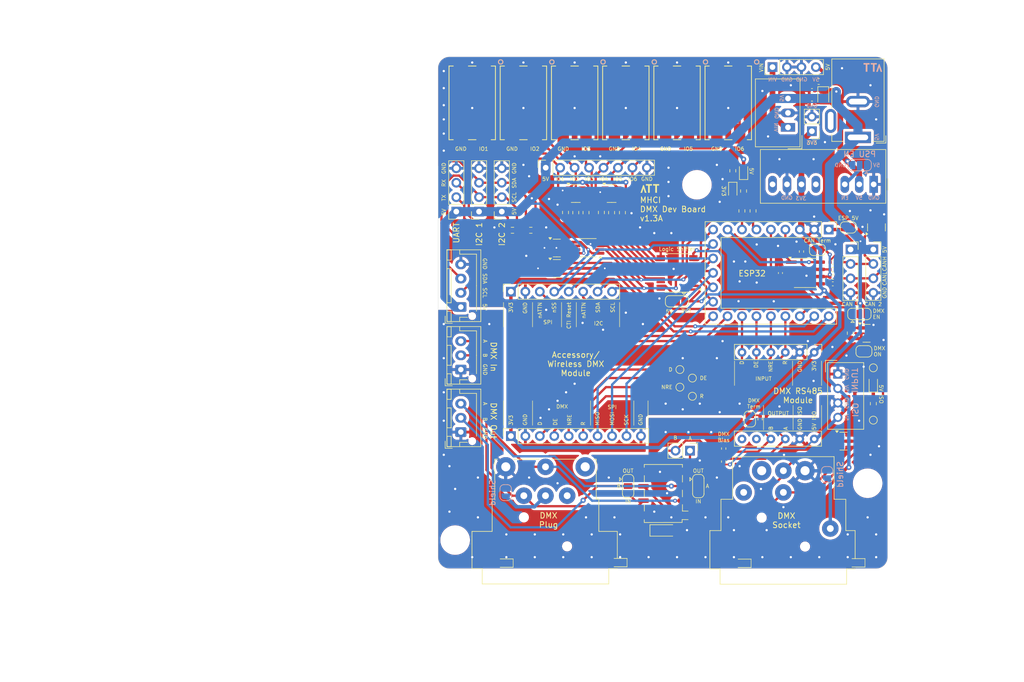
<source format=kicad_pcb>
(kicad_pcb (version 20241229) (generator "pcbnew") (generator_version "9.0")
  (layers (0 "F.Cu" signal) (2 "B.Cu" signal) (13 "F.Paste" user) (15 "B.Paste" user) (5 "F.SilkS" user "F.Silkscreen") (7 "B.SilkS" user "B.Silkscreen") (1 "F.Mask" user) (3 "B.Mask" user) (25 "Edge.Cuts" user))
  (net 0 "")
  (net 1 "+5V")
  (net 2 "GND")
  (net 3 "CANL")
  (net 4 "CANH")
  (net 5 "VCC")
  (net 6 "Net-(D1-A)")
  (net 7 "GND_DMX")
  (net 8 "B")
  (net 9 "A")
  (net 10 "SCL")
  (net 11 "SDA")
  (net 12 "UART_RX")
  (net 13 "UART_TX")
  (net 14 "Net-(JP4-B)")
  (net 16 "/B_IN")
  (net 18 "/A_IN")
  (net 20 "Net-(JP3-B)")
  (net 21 "/A_OUT")
  (net 23 "/B_OUT")
  (net 24 "GPIO_X2")
  (net 25 "GPIO_X1")
  (net 26 "GPIO_X3")
  (net 27 "Net-(JP1-A)")
  (net 28 "Net-(JP2-A)")
  (net 29 "/CANH_L")
  (net 30 "Net-(JP8-A)")
  (net 31 "+3V3")
  (net 32 "/CANH_T")
  (net 33 "CAN_S")
  (net 34 "CAN_TX")
  (net 35 "CAN_RX")
  (net 36 "+5V_ISO")
  (net 37 "DE")
  (net 38 "D")
  (net 39 "R")
  (net 42 "NRE")
  (net 43 "DMX_EN")
  (net 44 "GPIO_X1_5")
  (net 45 "GPIO_X2_5")
  (net 46 "GPIO_X3_5")
  (net 47 "GPIO_X4_5")
  (net 48 "GPIO_X5_5")
  (net 49 "GPIO_X6_5")
  (net 50 "SCL_5")
  (net 51 "SDA_5")
  (net 52 "Net-(JP14-C)")
  (net 53 "GPIO_X5")
  (net 54 "Net-(JP15-C)")
  (net 55 "GPIO_X6")
  (net 56 "Net-(JP13-C)")
  (net 61 "SPI_nATTN")
  (net 62 "CTI_RESET")
  (net 63 "I2C_nATTN")
  (net 64 "Net-(U2-B3)")
  (net 65 "Net-(U2-B4)")
  (net 66 "Net-(U2-B5)")
  (net 67 "Net-(U2-B6)")
  (net 68 "Net-(U2-B7)")
  (net 69 "Net-(U2-B8)")
  (net 72 "Net-(D11-K)")
  (net 73 "Net-(D12-K)")
  (net 74 "Net-(D13-K)")
  (net 75 "/5V filtered")
  (footprint "MHCI:2060-452-998-404 Wago" (layer "F.Cu") (at 97.999999 68.094999 180)
    (property "Reference" "J15" (hide yes))
    (property "Value" "Conn_01x02")
  )
  (footprint "Connector_PinSocket_2.54mm:PinSocket_1x04_P2.54mm_Vertical" (layer "F.Cu") (at 58.2 87.22 180)
    (property "Reference" "J7" (hide yes))
    (property "Value" "Conn_01x04")
  )
  (footprint "Connector_BarrelJack:BarrelJack_GCT_DCJ200-10-A_Horizontal" (layer "F.Cu") (at 120.8 74.168 180)
    (property "Reference" "J6" (hide yes))
    (property "Value" "Barrel_Jack_MountingPin")
  )
  (footprint "Relay_SMD:Relay_DPDT_Omron_G6K-2F" (layer "F.Cu") (at 86.6 136.8 180)
    (property "Reference" "K1" (hide yes))
    (property "Value" "G6K-2")
  )
  (footprint "Connector_PinSocket_2.54mm:PinSocket_1x04_P2.54mm_Vertical" (layer "F.Cu") (at 123.5 93.88)
    (property "Reference" "J16" (hide yes))
    (property "Value" "Conn_01x04")
  )
  (footprint "Diode_SMD:D_SOD-123" (layer "F.Cu") (at 86.6 143.303)
    (property "Reference" "D1" (hide yes))
    (property "Value" "1N4148W")
  )
  (footprint "Connector_JST:JST_XH_B4B-XH-AM_1x04_P2.50mm_Vertical" (layer "F.Cu") (at 51 104 90)
    (property "Reference" "J21" (hide yes))
    (property "Value" "Conn_01x04")
  )
  (footprint "Connector_PinSocket_2.54mm:PinSocket_1x08_P2.54mm_Vertical" (layer "F.Cu") (at 65.92 79.5 90)
    (property "Reference" "J17" (hide yes))
    (property "Value" "Conn_01x08")
  )
  (footprint "Resistor_SMD:R_0603_1608Metric" (layer "F.Cu") (at 123.5 121 -90)
    (property "Reference" "R15" (hide yes))
    (property "Value" "680R")
  )
  (footprint "MHCI:Jack_XLR_Neutrik_NC5MAH_LR" (layer "F.Cu") (at 58.9 132.11)
    (property "Reference" "J1" (hide yes))
    (property "Value" "XLR_Male")
  )
  (footprint "MHCI:Jack_XLR_Neutrik_NC5FAH_LR-DAE" (layer "F.Cu") (at 111.5 132.795 -90)
    (property "Reference" "J2" (hide yes))
    (property "Value" "XLR5_Female")
  )
  (footprint "Resistor_SMD:R_0603_1608Metric" (layer "F.Cu") (at 71.2 87.4 90)
    (property "Reference" "R18" (hide yes))
    (property "Value" "1K")
  )
  (footprint "Resistor_SMD:R_0603_1608Metric" (layer "F.Cu") (at 79.4 87.4 90)
    (property "Reference" "R22" (hide yes))
    (property "Value" "1K")
  )
  (footprint "Diode_SMD:D_0805_2012Metric" (layer "F.Cu") (at 114.7 66.9375 -90)
    (property "Reference" "FB1" (hide yes))
    (property "Value" "FerriteBead")
  )
  (footprint "Resistor_SMD:R_0603_1608Metric" (layer "F.Cu") (at 102.362 87.1 -90)
    (property "Reference" "R5" (hide yes))
    (property "Value" "4K7")
  )
  (footprint "Package_SO:TSSOP-20_4.4x6.5mm_P0.65mm" (layer "F.Cu") (at 89 98 180)
    (property "Reference" "U2" (hide yes))
    (property "Value" "TXS0108EPW")
  )
  (footprint "TestPoint:TestPoint_Pad_D1.0mm" (layer "F.Cu") (at 91.7 119.7)
    (property "Reference" "TP8" (hide yes))
    (property "Value" "R")
  )
  (footprint "MountingHole:MountingHole_3.2mm_M3" (layer "F.Cu") (at 50 145)
    (property "Reference" "H4" (hide yes))
    (property "Value" "MountingHole")
  )
  (footprint "Package_TO_SOT_SMD:SOT-23" (layer "F.Cu") (at 67.8688 97.2171)
    (property "Reference" "D6" (hide yes))
    (property "Value" "D_TVS_Dual_AAC")
  )
  (footprint "Capacitor_SMD:C_0402_1005Metric" (layer "F.Cu") (at 112.72 68.1375 180)
    (property "Reference" "C6" (hide yes))
    (property "Value" "100nF")
  )
  (footprint "Resistor_SMD:R_0603_1608Metric" (layer "F.Cu") (at 77.5 87.4 90)
    (property "Reference" "R21" (hide yes))
    (property "Value" "1K")
  )
  (footprint "Resistor_SMD:R_0603_1608Metric" (layer "F.Cu") (at 98.8 80.04 90)
    (property "Reference" "R16" (hide yes))
    (property "Value" "680R")
  )
  (footprint "Converter_DCDC:Converter_DCDC_TRACO_TME_03xxS_05xxS_12xxS_Single_THT" (layer "F.Cu") (at 117.265 115.7925)
    (property "Reference" "U5" (hide yes))
    (property "Value" "TME-0505S")
  )
  (footprint "Resistor_SMD:R_0603_1608Metric" (layer "F.Cu") (at 60.075 90.5)
    (property "Reference" "R11" (hide yes))
    (property "Value" "4K7")
  )
  (footprint "LED_SMD:LED_0603_1608Metric" (layer "F.Cu") (at 98.8 83.54 -90)
    (property "Reference" "D13" (hide yes))
    (property "Value" "RED")
  )
  (footprint "Connector_PinHeader_2.54mm:PinHeader_1x02_P2.54mm_Vertical" (layer "F.Cu") (at 112.7 73.075 180)
    (property "Reference" "J3" (hide yes))
    (property "Value" "Conn_01x02")
  )
  (footprint "Resistor_SMD:R_0603_1608Metric" (layer "F.Cu") (at 69.4 87.375 90)
    (property "Reference" "R17" (hide yes))
    (property "Value" "1K")
  )
  (footprint "Jumper:SolderJumper-2_P1.3mm_Open_RoundedPad1.0x1.5mm" (layer "F.Cu") (at 113.675 93.955)
    (property "Reference" "JP2" (hide yes))
    (property "Value" "Jumper_2_Open")
  )
  (footprint "Jumper:SolderJumper-3_P1.3mm_Open_RoundedPad1.0x1.5mm" (layer "F.Cu") (at 121.05 105.225)
    (property "Reference" "JP13" (hide yes))
    (property "Value" "SolderJumper_3_Open")
  )
  (footprint "Package_SO:VSSOP-8_3x3mm_P0.65mm" (layer "F.Cu") (at 73.3044 93.5736 180)
    (property "Reference" "U12" (hide yes))
    (property "Value" "TCA9517ADGK")
  )
  (footprint "Capacitor_SMD:C_0402_1005Metric" (layer "F.Cu") (at 116.375 96.125 180)
    (property "Reference" "C3" (hide yes))
    (property "Value" "30pF")
  )
  (footprint "TestPoint:TestPoint_Pad_D1.0mm" (layer "F.Cu") (at 89.5 118.1)
    (property "Reference" "TP7" (hide yes))
    (property "Value" "NRE")
  )
  (footprint "MHCI:2060-452-998-404 Wago" (layer "F.Cu") (at 79.999999 68.094999 180)
    (property "Reference" "J13" (hide yes))
    (property "Value" "Conn_01x02")
  )
  (footprint "Connector_JST:JST_XH_B3B-XH-AM_1x03_P2.50mm_Vertical" (layer "F.Cu") (at 51 115 90)
    (property "Reference" "J9" (hide yes))
    (property "Value" "Conn_01x03")
  )
  (footprint "Capacitor_SMD:C_0603_1608Metric" (layer "F.Cu") (at 113.9 64.3375 180)
    (property "Reference" "C4" (hide yes))
    (property "Value" "10uF")
  )
  (footprint "Resistor_SMD:R_0402_1005Metric" (layer "F.Cu") (at 97.2 128.9 -90)
    (property "Reference" "R7" (hide yes))
    (property "Value" "680R")
  )
  (footprint "TestPoint:TestPoint_Pad_D1.0mm" (layer "F.Cu") (at 123.5 123.9)
    (property "Reference" "TP4" (hide yes))
    (property "Value" "GND_DMX")
  )
  (footprint "Package_TO_SOT_SMD:SOT-23" (layer "F.Cu") (at 122.3125 108.625)
    (property "Reference" "Q1" (hide yes))
    (property "Value" "PMOS")
  )
  (footprint "TestPoint:TestPoint_Pad_D1.0mm" (layer "F.Cu") (at 123.5 114.7)
    (property "Reference" "TP3" (hide yes))
    (property "Value" "5V_ISO")
  )
  (footprint "Resistor_SMD:R_0603_1608Metric" (layer "F.Cu") (at 100.7 83.6 -90)
    (property "Reference" "R14" (hide yes))
    (property "Value" "680R")
  )
  (footprint "MountingHole:MountingHole_3.2mm_M3" (layer "F.Cu") (at 92.5 82.5)
    (property "Reference" "H1" (hide yes))
    (property "Value" "MountingHole")
  )
  (footprint "LED_SMD:LED_0603_1608Metric" (layer "F.Cu") (at 100.7 80.1 90)
    (property "Reference" "D11" (hide yes))
    (property "Value" "RED")
  )
  (footprint "Capacitor_SMD:C_0402_1005Metric" (layer "F.Cu") (at 112.72 65.9375)
    (property "Reference" "C5" (hide yes))
    (property "Value" "1uF")
  )
  (footprint "Connector_PinHeader_2.54mm:PinHeader_1x04_P2.54mm_Vertical" (layer "F.Cu") (at 105.78 61.8 90)
    (property "Reference" "J5" (hide yes))
    (property "Value" "Conn_01x04")
  )
  (footprint "MHCI:2060-452-998-404 Wago" (layer "F.Cu") (at 61.999999 68.094999 180)
    (property "Reference" "J11" (hide yes))
    (property "Value" "Conn_01x02")
  )
  (footprint "Jumper:SolderJumper-3_P1.3mm_Open_RoundedPad1.0x1.5mm" (layer "F.Cu") (at 80.4 135.5 -90)
    (property "Reference" "JP6" (hide yes))
    (property "Value" "SolderJumper_3_Open")
  )
  (footprint "Resistor_SMD:R_0603_1608Metric" (layer "F.Cu") (at 75.7 87.375 90)
    (property "Reference" "R20" (hide yes))
    (property "Value" "1K")
  )
  (footprint "Resistor_SMD:R_0402_1005Metric" (layer "F.Cu") (at 116.385 97.425 180)
    (property "Reference" "R2" (hide yes))
    (property "Value" "0R")
  )
  (footprint "Capacitor_SMD:C_0402_1005Metric" (layer "F.Cu") (at 116.375 99.925)
    (property "Reference" "C2" (hide yes))
    (property "Value" "30pF")
  )
  (footprint "Jumper:SolderJumper-3_P1.3mm_Open_RoundedPad1.0x1.5mm" (layer "F.Cu") (at 92.7425 135.5 -90)
    (property "Reference" "JP5" (hide yes))
    (property "Value" "SolderJumper_3_Open")
  )
  (footprint "Package_SO:SOIC-8_3.9x4.9mm_P1.27mm" (layer "F.Cu") (at 111.55 98.015)
    (property "Reference" "U11" (hide yes))
    (property "Value" "TJA1051T-3")
  )
  (footprint "LED_SMD:LED_0603_1608Metric" (layer "F.Cu") (at 123.5 117.5 90)
    (property "Reference" "D12" (hide yes))
    (property "Value" "RED")
  )
  (footprint "TestPoint:TestPoint_Pad_D1.0mm" (layer "F.Cu") (at 89.5 115)
    (property "Reference" "TP5" (hide yes))
    (property "Value" "D")
  )
  (footprint "Jumper:SolderJumper-2_P1.3mm_Open_RoundedPad1.0x1.5mm" (layer "F.Cu") (at 121.85 111.8 180)
    (property "Reference" "JP7" (hide yes))
    (property "Value" "Jumper_2_Open")
  )
  (footprint "MHCI:WirelessDMX-Module" (layer "F.Cu") (at 59.8 114)
    (property "Reference" "U10" (hide yes))
    (property "Value" "~")
  )
  (footprint "Resistor_SMD:R_0603_1608Metric" (layer "F.Cu") (at 73 87.4 90)
    (property "Reference" "R19" (hide yes))
    (property "Value" "1K")
  )
  (footprint "Connector_PinSocket_2.54mm:PinSocket_1x04_P2.54mm_Vertical" (layer "F.Cu") (at 54.2 87.22 180)
    (property "Reference" "J4" (hide yes))
    (property "Value" "Conn_01x04")
  )
  (footprint "MHCI:2060-452-998-404 Wago" (layer "F.Cu") (at 88.999999 68.094999 180)
    (property "Reference" "J14" (hide yes))
    (property "Value" "Conn_01x02")
  )
  (footprint "Jumper:SolderJumper-2_P1.3mm_Open_RoundedPad1.0x1.5mm" (layer "F.Cu") (at 101.8 123.7 -90)
    (property "Reference" "JP8" (hide yes))
    (property "Value" "Jumper_2_Open")
  )
  (footprint "Connector_JST:JST_XH_B3B-XH-AM_1x03_P2.50mm_Vertical" (layer "F.Cu") (at 51 126 90)
    (property "Reference" "J20" (hide yes))
    (property "Value" "Conn_01x03")
  )
  (footprint "Connector_PinSocket_2.54mm:PinSocket_1x04_P2.54mm_Vertical" (layer "F.Cu") (at 119.5 93.88)
    (property "Reference" "J18" (hide yes))
    (property "Value" "Conn_01x04")
  )
  (footprint "Connector_PinHeader_2.54mm:PinHeader_1x02_P2.54mm_Vertical" (layer "F.Cu") (at 91.275001 129.274999 -90)
    (property "Reference" "J19" (hide yes))
    (property "Value" "Conn_01x02")
  )
  (footprint "Resistor_SMD:R_0402_1005Metric" (layer "F.Cu") (at 103.6 123.74 90)
    (property "Reference" "R9" (hide yes))
    (property "Value" "120R")
  )
  (footprint "Package_TO_SOT_SMD:SOT-23-6" (layer "F.Cu") (at 77.5 84.05)
    (property "Reference" "U9" (hide yes))
    (property "Value" "SRV05-4")
  )
  (footprint "Capacitor_SMD:C_0402_1005Metric" (layer "F.Cu") (at 107.175 98.025 90)
    (property "Reference" "C1" (hide yes))
    (property "Value" "100nF")
  )
  (footprint "Converter_DCDC:Converter_DCDC_TRACO_TMR-xxxx_THT" (layer "F.Cu") (at 123.5655 82.426 180)
    (property "Reference" "U4" (hide yes))
    (property "Value" "TEC2-1210WI")
  )
  (footprint "Package_TO_SOT_SMD:SOT-23" (layer "F.Cu") (at 118.2625 127.6)
    (property "Reference" "D4" (hide yes))
    (property "Value" "D_TVS_Dual_AAC")
  )
  (footprint "Connector_PinSocket_2.54mm:PinSocket_1x04_P2.54mm_Vertical" (layer "F.Cu") (at 50.2 87.22 180)
    (property "Reference" "J8" (hide yes))
    (property "Value" "Conn_01x04")
  )
  (footprint "Resistor_SMD:R_0402_1005Metric" (layer "F.Cu") (at 110.875 94.245 90)
    (property "Reference" "R1" (hide yes))
    (property "Value" "120R")
  )
  (footprint "MHCI:2060-452-998-404 Wago" (layer "F.Cu") (at 70.999999 68.094999 180)
    (property "Reference" "J12" (hide yes))
    (property "Value" "Conn_01x02")
  )
  (footprint "Converter_DCDC:Converter_DCDC_TRACO_TSR-1_THT" (layer "F.Cu") (at 108.5 72.4 90)
    (property "Reference" "U6" (hide yes))
    (property "Value" "TSR_2-2450")
  )
  (footprint "Package_TO_SOT_SMD:SOT-23" (layer "F.Cu") (at 124.05 89.9945 90)
    (property "Reference" "D5" (hide yes))
    (property "Value" "D_TVS_Dual_AAC")
  )
  (footprint "Resistor_SMD:R_0603_1608Metric" (layer "F.Cu") (at 100.4 87.1 -90)
    (property "Reference" "R4" (hide yes))
    (property "Value" "4K7")
  )
  (footprint "Resistor_SMD:R_0402_1005Metric" (layer "F.Cu") (at 97.2 131.19 -90)
    (property "Reference" "R6" (hide yes))
    (property "Value" "680R")
  )
  (footprint "Package_TO_SOT_SMD:SOT-23" (layer "F.Cu") (at 67.8688 93.6244)
    (property "Reference" "D3" (hide yes))
    (property "Value" "D_TVS_Dual_AAC")
  )
  (footprint "Jumper:SolderJumper-2_P1.3mm_Open_RoundedPad1.0x1.5mm" (layer "F.Cu") (at 119.1 90)
    (property "Reference" "JP1" (hide yes))
    (property "Value" "Jumper_2_Open")
  )
  (footprint "MountingHole:MountingHole_3.2mm_M3" (layer "F.Cu") (at 122.5 135)
    (property "Reference" "H2" (hide yes))
    (property "Value" "MountingHole")
  )
  (footprint "MHCI:ISO-DMX" (layer "F.Cu") (at 113.1125 119.593 -90)
    (property "Reference" "U3" (hide yes))
    (property "Value" "~")
  )
  (footprint "TestPoint:TestPoint_Pad_D1.0mm" (layer "F.Cu") (at 91.7 116.5)
    (property "Reference" "TP6" (hide yes))
    (property "Value" "DE")
  )
  (footprint "MHCI:2060-452-998-404 Wago" (layer "F.Cu") (at 52.999999 68.094999 180)
    (property "Reference" "J10" (hide yes))
    (property "Value" "Conn_01x02")
  )
  (footprint "Resistor_SMD:R_0402_1005Metric" (layer "F.Cu") (at 116.375 98.725)
    (property "Reference" "R3" (hide yes))
    (property "Value" "0R")
  )
  (footprint "Resistor_SMD:R_0603_1608Metric" (layer "F.Cu") (at 63.3 90.5 180)
    (property "Reference" "R10" (hide yes))
    (property "Value" "4K7")
  )
  (footprint "Package_TO_SOT_SMD:SOT-23-6" (layer "F.Cu") (at 71.2 84.05)
    (property "Reference" "U1" (hide yes))
    (property "Value" "SRV05-4")
  )
  (footprint "MHCI:ESP-32-S3-Tiny - PTH" (layer "F.Cu") (at 105.5 98 -90)
    (property "Reference" "U7" (hide yes))
    (property "Value" "~")
  )
  (footprint "Jumper:SolderJumper-3_P1.3mm_Open_RoundedPad1.0x1.5mm" (layer "F.Cu") (at 89 103 180)
    (property "Reference" "JP15" (hide yes))
    (property "Value" "SolderJumper_3_Open")
  )
  (footprint "Resistor_SMD:R_0603_1608Metric" (layer "F.Cu") (at 119.45 108.6 -90)
    (property "Reference" "R8" (hide yes))
    (property "Value" "100k")
  )
  (footprint "Jumper:SolderJumper-2_P1.3mm_Open_RoundedPad1.0x1.5mm" (layer "B.Cu") (at 115.38 133.46 -90)
    (property "Reference" "JP3" (hide yes))
    (property "Value" "Jumper_2_Open")
  )
  (footprint "Jumper:SolderJumper-2_P1.3mm_Open_RoundedPad1.0x1.5mm" (layer "B.Cu") (at 58.88 136.647 -90)
    (property "Reference" "JP4" (hide yes))
    (property "Value" "Jumper_2_Open")
  )
  (footprint "Jumper:SolderJumper-3_P1.3mm_Open_RoundedPad1.0x1.5mm" (layer "B.Cu") (at 121.1 79.0425 180)
    (property "Reference" "JP14" (hide yes))
    (property "Value" "SolderJumper_3_Open")
  )
  (gr_line (start 68.7 103.2) (end 68.7 107.5) (stroke (width 0.1)) (layer "F.SilkS"))
  (gr_line (start 73.8 120.5) (end 73.8 124.8) (stroke (width 0.1)) (layer "F.SilkS"))
  (gr_line (start 58.5 120.5) (end 58.5 124.8) (stroke (width 0.1)) (layer "F.SilkS"))
  (gr_line (start 109.3 113.5) (end 109.3 117.8) (stroke (width 0.1)) (layer "F.SilkS"))
  (gr_line (start 83.9 120.5) (end 83.9 124.8) (stroke (width 0.1)) (layer "F.SilkS"))
  (gr_line (start 81.4 120.5) (end 81.4 124.8) (stroke (width 0.1)) (layer "F.SilkS"))
  (gr_line (start 63.6 120.5) (end 63.6 124.8) (stroke (width 0.1)) (layer "F.SilkS"))
  (gr_line (start 78.9 103.2) (end 78.9 107.5) (stroke (width 0.1)) (layer "F.SilkS"))
  (gr_line (start 58.5 103.2) (end 58.5 107.5) (stroke (width 0.1)) (layer "F.SilkS"))
  (gr_line (start 114.4 121.3) (end 114.4 125.6) (stroke (width 0.1)) (layer "F.SilkS"))
  (gr_line (start 63.6 103.2) (end 63.6 107.5) (stroke (width 0.1)) (layer "F.SilkS"))
  (gr_line (start 104.2 121.3) (end 104.2 125.6) (stroke (width 0.1)) (layer "F.SilkS"))
  (gr_line (start 109.4 121.3) (end 109.4 125.6) (stroke (width 0.1)) (layer "F.SilkS"))
  (gr_line (start 71.3 103.2) (end 71.3 107.5) (stroke (width 0.1)) (layer "F.SilkS"))
  (gr_line (start 114.4 113.5) (end 114.4 117.8) (stroke (width 0.1)) (layer "F.SilkS"))
  (gr_poly (pts (xy 83.6 83.9) (xy 83.16 82.59) (xy 83.05 82.59) (xy 82.61 83.9) (xy 82.84 83.9) (xy 83.1 83.03) (xy 83.37 83.9)) (stroke (width 0.05)) (fill yes) (layer "F.SilkS"))
  (gr_line (start 99.1 113.5) (end 99.1 117.8) (stroke (width 0.1)) (layer "F.SilkS"))
  (gr_poly (pts (xy 124.034266 62.61) (xy 124.474266 61.3) (xy 124.584266 61.3) (xy 125.024266 62.61) (xy 124.794266 62.61) (xy 124.534266 61.74) (xy 124.264266 62.61)) (stroke (width 0.05)) (fill yes) (layer "B.SilkS"))
  (gr_line (start 47 62) (end 47 148) (stroke (width 0.05)) (layer "Edge.Cuts"))
  (gr_line (start 124 60) (end 49 60) (stroke (width 0.05)) (layer "Edge.Cuts"))
  (gr_arc (start 47 62) (mid 47.585786 60.585786) (end 49 60) (stroke (width 0.05)) (layer "Edge.Cuts"))
  (gr_arc (start 124 60) (mid 125.414214 60.585786) (end 126 62) (stroke (width 0.05)) (layer "Edge.Cuts"))
  (gr_arc (start 49 150) (mid 47.585786 149.414214) (end 47 148) (stroke (width 0.05)) (layer "Edge.Cuts"))
  (gr_arc (start 126 148) (mid 125.414214 149.414214) (end 124 150) (stroke (width 0.05)) (layer "Edge.Cuts"))
  (gr_line (start 126 148) (end 126 62) (stroke (width 0.05)) (layer "Edge.Cuts"))
  (gr_line (start 49 150) (end 124 150) (stroke (width 0.05)) (layer "Edge.Cuts"))
  (gr_text "GND" (at 62.3 103.1 90) (layer "F.SilkS") (effects (font (size 0.66 0.66) (thickness 0.1)) (justify right)))
  (gr_text "5V" (at 65.9 81.1 0) (layer "F.SilkS") (effects (font (size 0.66 0.66) (thickness 0.1)) (justify top)))
  (gr_text "R" (at 92.95 119.7 0) (layer "F.SilkS") (effects (font (size 0.66 0.66) (thickness 0.1)) (justify left)))
  (gr_text "IO1" (at 68.4 81.1 0) (layer "F.SilkS") (effects (font (size 0.66 0.66) (thickness 0.1)) (justify top)))
  (gr_text "I2C" (at 75.2 106.5 0) (layer "F.SilkS") (effects (font (size 0.66 0.66) (thickness 0.1)) (justify top)))
  (gr_text "SCK" (at 80.1 124.9 90) (layer "F.SilkS") (effects (font (size 0.66 0.66) (thickness 0.1)) (justify left)))
  (gr_text "SPI" (at 77.6 122 0) (layer "F.SilkS") (effects (font (size 0.66 0.66) (thickness 0.1)) (justify bottom)))
  (gr_text "GND" (at 82.6 124.9 90) (layer "F.SilkS") (effects (font (size 0.66 0.66) (thickness 0.1)) (justify left)))
  (gr_text "IO6" (at 100 75.8 0) (layer "F.SilkS") (effects (font (size 0.66 0.66) (thickness 0.1)) (justify top)))
  (gr_text "MOSI" (at 77.6 124.9 90) (layer "F.SilkS") (effects (font (size 0.66 0.66) (thickness 0.1)) (justify left)))
  (gr_text "CANL" (at 125.1 99 90) (layer "F.SilkS") (effects (font (size 0.66 0.66) (thickness 0.1)) (justify top)))
  (gr_text "GND" (at 62.3 124.9 90) (layer "F.SilkS") (effects (font (size 0.66 0.66) (thickness 0.1)) (justify left)))
  (gr_text "nATTN" (at 72.6 103.1 90) (layer "F.SilkS") (effects (font (size 0.66 0.66) (thickness 0.1)) (justify right)))
  (gr_text "I2C 1" (at 54.225 89.02 90) (layer "F.SilkS") (effects (font (size 1 1)) (justify right)))
  (gr_text "A" (at 93.9925 135.5 0) (layer "F.SilkS") (effects (font (size 0.66 0.66) (thickness 0.1)) (justify left)))
  (gr_text "SCL" (at 55.6 101.5 270) (layer "F.SilkS") (effects (font (size 0.66 0.66) (thickness 0.1)) (justify top)))
  (gr_text "DMX\nSocket" (at 108.23 141.545 0) (layer "F.SilkS") (effects (font (size 1 1))))
  (gr_text "IO6" (at 81.2 81.1 0) (layer "F.SilkS") (effects (font (size 0.66 0.66) (thickness 0.1)) (justify top)))
  (gr_text "TX" (at 48.4 84.8 90) (layer "F.SilkS") (effects (font (size 0.66 0.66) (thickness 0.1)) (justify bottom)))
  (gr_text "B" (at 88.7 127.4 0) (layer "F.SilkS") (effects (font (size 0.66 0.66) (thickness 0.1)) (justify bottom)))
  (gr_text "GND" (at 55.25 126.25 270) (layer "F.SilkS") (effects (font (size 0.66 0.66) (thickness 0.1))))
  (gr_text "IO4" (at 76.1 81.1 0) (layer "F.SilkS") (effects (font (size 0.66 0.66) (thickness 0.1)) (justify top)))
  (gr_text "nATTN" (at 64.9 103.1 90) (layer "F.SilkS") (effects (font (size 0.66 0.66) (thickness 0.1)) (justify right)))
  (gr_text "B" (at 105.5 125.7 90) (layer "F.SilkS") (effects (font (size 0.66 0.66) (thickness 0.1)) (justify left)))
  (gr_text "I2C 2" (at 58.225 89.02 90) (layer "F.SilkS") (effects (font (size 1 1)) (justify right)))
  (gr_text "NRE" (at 88.25 118.1 0) (layer "F.SilkS") (effects (font (size 0.66 0.66) (thickness 0.1)) (justify right)))
  (gr_text "GND" (at 83.7 81.1 0) (layer "F.SilkS") (effects (font (size 0.66 0.66) (thickness 0.1)) (justify top)))
  (gr_text "D" (at 100.4 113.4 90) (layer "F.SilkS") (effects (font (size 0.66 0.66) (thickness 0.1)) (justify right)))
  (gr_text "GND" (at 60 75.8 0) (layer "F.SilkS") (effects (font (size 0.66 0.66) (thickness 0.1)) (justify top)))
  (gr_text "3V3" (at 97.6 83.6 270) (layer "F.SilkS") (effects (font (size 0.66 0.66) (thickness 0.1)) (justify top)))
  (gr_text "3V3" (at 113.1 113.4 90) (layer "F.SilkS") (effects (font (size 0.66 0.66) (thickness 0.1)) (justify right)))
  (gr_text "A" (at 55.25 110 270) (layer "F.SilkS") (effects (font (size 0.66 0.66) (thickness 0.1))))
  (gr_text "SPI" (at 66.3 106.3 0) (layer "F.SilkS") (effects (font (size 0.66 0.66) (thickness 0.1)) (justify top)))
  (gr_text "5V" (at 115.1 61.8 90) (layer "F.SilkS") (effects (font (size 0.66 0.66) (thickness 0.1)) (justify top)))
  (gr_text "RX" (at 48.4 82.2 90) (layer "F.SilkS") (effects (font (size 0.66 0.66) (thickness 0.1)) (justify bottom)))
  (gr_text "DMX Out" (at 56.75 124 270) (layer "F.SilkS") (effects (font (size 1 1))))
  (gr_text "GND" (at 125.1 101.5 90) (layer "F.SilkS") (effects (font (size 0.66 0.66) (thickness 0.1)) (justify top)))
  (gr_text "NRE" (at 105.4625 113.4 90) (layer "F.SilkS") (effects (font (size 0.66 0.66) (thickness 0.1)) (justify right)))
  (gr_text "SDA" (at 60 82.2 90) (layer "F.SilkS") (effects (font (size 0.66 0.66) (thickness 0.1)) (justify top)))
  (gr_text "IN" (at 92.7425 137.8 0) (layer "F.SilkS") (effects (font (size 0.66 0.66) (thickness 0.1)) (justify top)))
  (gr_text "SDA" (at 75.1 103.1 90) (layer "F.SilkS") (effects (font (size 0.66 0.66) (thickness 0.1)) (justify right)))
  (gr_text "R" (at 108 113.4 90) (layer "F.SilkS") (effects (font (size 0.66 0.66) (thickness 0.1)) (justify right)))
  (gr_text "DMX\nEN" (at 123.35 105.225 0) (layer "F.SilkS") (effects (font (size 0.66 0.66) (thickness 0.1)) (justify left)))
  (gr_text "OUT" (at 92.7425 133.2 0) (layer "F.SilkS") (effects (font (size 0.66 0.66) (thickness 0.1)) (justify bottom)))
  (gr_text "DMX" (at 68.8 121.9 0) (layer "F.SilkS") (effects (font (size 0.66 0.66) (thickness 0.1)) (justify bottom)))
  (gr_text "GND" (at 55.6 96.4 270) (layer "F.SilkS") (effects (font (size 0.66 0.66) (thickness 0.1)) (justify top)))
  (gr_text "nSS" (at 67.4 103.1 90) (layer "F.SilkS") (effects (font (size 0.66 0.66) (thickness 0.1)) (justify right)))
  (gr_text "DMX\nBias" (at 97.2 127.8 0) (layer "F.SilkS") (effects (font (size 0.66 0.66) (thickness 0.1)) (justify bottom)))
  (gr_text "DMX RS485\nModule" (at 110.26 119.593 0) (layer "F.SilkS") (effects (font (size 1 1))))
  (gr_text "D" (at 88.25 115 0) (layer "F.SilkS") (effects (font (size 0.66 0.66) (thickness 0.1)) (justify right)))
  (gr_text "R" (at 72.5 124.9 90) (layer "F.SilkS") (effects (font (size 0.66 0.66) (thickness 0.1)) (justify left)))
  (gr_text "5V ISO" (at 113.1 125.7 90) (layer "F.SilkS") (effects (font (size 0.66 0.66) (thickness 0.1)) (justify left)))
  (gr_text "SDA" (at 55.6 99 270) (layer "F.SilkS") (effects (font (size 0.66 0.66) (thickness 0.1)) (justify top)))
  (gr_text "IN" (at 80.4 137.8 0) (layer "F.SilkS") (effects (font (size 0.66 0.66) (thickness 0.1)) (justify top)))
  (gr_text "TT" (at 84.69 83.29 -0) (layer "F.SilkS") (effects (font (size 1.5 1.5) (thickness 0.3) (bold yes))))
  (gr_text "3V3" (at 89.6 104.7 0) (layer "F.SilkS") (effects (font (size 0.66 0.66) (thickness 0.1)) (justify left)))
  (gr_text "Accessory/\nWireless DMX\nModule" (at 71.2 114.025 0) (layer "F.SilkS") (effects (font (size 1 1))))
  (gr_text "5V" (at 55.6 104 270) (layer "F.SilkS") (effects (font (size 0.66 0.66) (thickness 0.1)) (justify top)))
  (gr_text "D" (at 64.9 124.9 90) (layer "F.SilkS") (effects (font (size 0.66 0.66) (thickness 0.1)) (justify left)))
  (gr_text "5V" (at 88.3 104.8 -0) (layer "F.SilkS") (effects (font (size 0.66 0.66) (thickness 0.1)) (justify right)))
  (gr_text "INPUT" (at 104.2 117 0) (layer "F.SilkS") (effects (font (size 0.66 0.66) (thickness 0.1)) (justify bottom)))
  (gr_text "GND" (at 87 75.8 0) (layer "F.SilkS") (effects (font (size 0.66 0.66) (thickness 0.1)) (justify top)))
  (gr_text "CAN 1" (at 119.5 103.886 0) (layer "F.SilkS") (effects (font (size 0.66 0.66) (thickness 0.1)) (justify bottom)))
  (gr_text "GND" (at 60 79.6 90) (layer "F.SilkS") (effects (font (size 0.66 0.66) (thickness 0.1)) (justify top)))
  (gr_text "CANH" (at 125.1 96.4 90) (layer "F.SilkS") (effects (font (size 0.66 0.66) (thickness 0.1)) (justify top)))
  (gr_text "GND" (at 51 75.8 0) (layer "F.SilkS") (effects (font (size 0.66 0.66) (thickness 0.1)) (justify top)))
  (gr_text "IO1" (at 55 75.8 0) (layer "F.SilkS") (effects (font (size 0.66 0.66) (thickness 0.1)) (justify top)))
  (gr_text "A" (at 55.25 121 270) (layer "F.SilkS") (effects (font (size 0.66 0.66) (thickness 0.1))))
  (gr_text "A" (at 108.1 125.7 90) (layer "F.SilkS") (effects (font (size 0.66 0.66) (thickness 0.1)) (justify left)))
  (gr_text "3V3" (at 59.8 103.1 90) (layer "F.SilkS") (effects (font (size 0.66 0.66) (thickness 0.1)) (justify right)))
  (gr_text "B" (at 55.25 112.5 270) (layer "F.SilkS") (effects (font (size 0.66 0.66) (thickness 0.1))))
  (gr_text "5V" (at 60 87.2 90) (layer "F.SilkS") (effects (font (size 0.66 0.66) (thickness 0.1)) (justify top)))
  (gr_text "5V ISO" (at 124.5 119.325 270) (layer "F.SilkS") (effects (font (size 0.66 0.66) (thickness 0.1)) (justify bottom)))
  (gr_text "GND" (at 96 75.8 0) (layer "F.SilkS") (effects (font (size 0.66 0.66) (thickness 0.1)) (justify top)))
  (gr_text "MHCI\nDMX Dev Board\nv1.3A" (at 82.4 89 0) (layer "F.SilkS") (effects (font (size 1 1)) (justify left bottom)))
  (gr_text "GND" (at 78 75.8 0) (layer "F.SilkS") (effects (font (size 0.66 0.66) (thickness 0.1)) (justify top)))
  (gr_text "SCL" (at 60 84.7 90) (layer "F.SilkS") (effects (font (size 0.66 0.66) (thickness 0.1)) (justify top)))
  (gr_text "OUT" (at 80.4 133.2 0) (layer "F.SilkS") (effects (font (size 0.66 0.66) (thickness 0.1)) (justify bottom)))
  (gr_text "ESP32" (at 102.2 98.1 0) (layer "F.SilkS") (effects (font (size 1 1))))
  (gr_text "VIN" (at 104.2 61.9 90) (layer "F.SilkS") (effects (font (size 0.66 0.66) (thickness 0.1)) (justify bottom)))
  (gr_text "IO3" (at 73 75.8 0) (layer "F.SilkS") (effects (font (size 0.66 0.66) (thickness 0.1)) (justify top)))
  (gr_text "CAN Term" (at 113.675 92.705 0) (layer "F.SilkS") (effects (font (size 0.66 0.66) (thickness 0.1)) (justify bottom)))
  (gr_text "GND ISO" (at 110.6 125.7 90) (layer "F.SilkS") (effects (font (size 0.66 0.66) (thickness 0.1)) (justify left)))
  (gr_text "5V" (at 125.1 93.9 90) (layer "F.SilkS") (effects (font (size 0.66 0.66) (thickness 0.1)) (justify top)))
  (gr_text "OUTPUT" (at 106.8 123.1 0) (layer "F.SilkS") (effects (font (size 0.66 0.66) (thickness 0.1)) (justify bottom)))
  (gr_text "IO2" (at 64 75.8 0) (layer "F.SilkS") (effects (font (size 0.66 0.66) (thickness 0.1)) (justify top)))
  (gr_text "DMX\nTerm" (at 102.5 121.9 0) (layer "F.SilkS") (effects (font (size 0.66 0.66) (thickness 0.1)) (justify bottom)))
  (gr_text "DE" (at 92.95 116.5 0) (layer "F.SilkS") (effects (font (size 0.66 0.66) (thickness 0.1)) (justify left)))
  (gr_text "DMX In" (at 56.75 112.75 270) (layer "F.SilkS") (effects (font (size 1 1))))
  (gr_text "A" (at 91.3 127.5 0) (layer "F.SilkS") (effects (font (size 0.66 0.66) (thickness 0.1)) (justify bottom)))
  (gr_text "3V3" (at 112.7 75.1 -0) (layer "F.SilkS") (effects (font (size 0.66 0.66) (thickness 0.1))))
  (gr_text "5V" (at 48.4 87.3 90) (layer "F.SilkS") (effects (font (size 0.66 0.66) (thickness 0.1)) (justify bottom)))
  (gr_text "IO3" (at 73.6 81.1 0) (layer "F.SilkS") (effects (font (size 0.66 0.66) (thickness 0.1)) (justify top)))
  (gr_text "IO2" (at 71 81.1 0) (layer "F.SilkS") (effects (font (size 0.66 0.66) (thickness 0.1)) (justify top)))
  (gr_text "GND" (at 55.25 115 270) (layer "F.SilkS") (effects (font (size 0.66 0.66) (thickness 0.1))))
  (gr_text "NRE" (at 70.1 124.9 90) (layer "F.SilkS") (effects (font (size 0.66 0.66) (thickness 0.1)) (justify left)))
  (gr_text "5V" (at 101.7 80.1 270) (layer "F.SilkS") (effects (font (size 0.66 0.66) (thickness 0.1)) (justify bottom)))
  (gr_text "IO5" (at 78.6 81.1 0) (layer "F.SilkS") (effects (font (size 0.66 0.66) (thickness 0.1)) (justify top)))
  (gr_text "ESP 5V" (at 119.1 88.75 0) (layer "F.SilkS") (effects (font (size 0.66 0.66) (thickness 0.1)) (justify bottom)))
  (gr_text "UART" (at 50.225 89.02 90) (layer "F.SilkS") (effects (font (size 1 1)) (justify right)))
  (gr_text "B" (at 55.25 123.75 270) (layer "F.SilkS") (effects (font (size 0.66 0.66) (thickness 0.1))))
  (gr_text "3V3" (at 59.8 124.9 90) (layer "F.SilkS") (effects (font (size 0.66 0.66) (thickness 0.1)) (justify left)))
  (gr_text "IO5" (at 91 75.8 0) (layer "F.SilkS") (effects (font (size 0.66 0.66) (thickness 0.1)) (justify top)))
  (gr_text "GND" (at 110.6 113.4 90) (layer "F.SilkS") (effects (font (size 0.66 0.66) (thickness 0.1)) (justify right)))
  (gr_text "DMX\nPlug" (at 66.4155 141.49 0) (layer "F.SilkS") (effects (font (size 1 1))))
  (gr_text "GND" (at 48.4 79.6 90) (layer "F.SilkS") (effects (font (size 0.66 0.66) (thickness 0.1)) (justify bottom)))
  (gr_text "GND" (at 69 75.8 0) (layer "F.SilkS") (effects (font (size 0.66 0.66) (thickness 0.1)) (justify top)))
  (gr_text "CTI Reset" (at 70 103.1 90) (layer "F.SilkS") (effects (font (size 0.66 0.66) (thickness 0.1)) (justify right)))
  (gr_text "DE" (at 67.6 124.9 90) (layer "F.SilkS") (effects (font (size 0.66 0.66) (thickness 0.1)) (justify left)))
  (gr_text "MISO" (at 75 124.9 90) (layer "F.SilkS") (effects (font (size 0.66 0.66) (thickness 0.1)) (justify left)))
  (gr_text "DMX\nON" (at 123.5 111.8 0) (layer "F.SilkS") (effects (font (size 0.66 0.66) (thickness 0.1)) (justify left)))
  (gr_text "B" (at 79.15 135.5 0) (layer "F.SilkS") (effects (font (size 0.66 0.66) (thickness 0.1)) (justify right)))
  (gr_text "IO4" (at 81.9 75.8 0) (layer "F.SilkS") (effects (font (size 0.66 0.66) (thickness 0.1)) (justify top)))
  (gr_text "SCL" (at 77.7 103.1 90) (layer "F.SilkS") (effects (font (size 0.66 0.66) (thickness 0.1)) (justify right)))
  (gr_text "CAN 2" (at 123.475 103.886 0) (layer "F.SilkS") (effects (font (size 0.66 0.66) (thickness 0.1)) (justify bottom)))
  (gr_text "DE" (at 102.9 113.4 90) (layer "F.SilkS") (effects (font (size 0.66 0.66) (thickness 0.1)) (justify right)))
  (gr_text "Logic Shifter" (at 89 94.2 0) (layer "F.SilkS") (effects (font (size 0.66 0.66) (thickness 0.1)) (justify bottom)))
  (gr_text "5V" (at 113.4 63.6 0) (layer "B.SilkS") (effects (font (size 0.66 0.66) (thickness 0.1)) (justify top mirror)))
  (gr_text "GND" (at 110.9 63.6 0) (layer "B.SilkS") (effects (font (size 0.66 0.66) (thickness 0.1)) (justify top mirror)))
  (gr_text "5V" (at 118.8 118.3 270) (layer "B.SilkS") (effects (font (size 0.66 0.66) (thickness 0.1)) (justify mirror)))
  (gr_text "PSU EN" (at 121.1 77.7 0) (layer "B.SilkS") (effects (font (size 1 1)) (justify bottom mirror)))
  (gr_text "Shield" (at 117.094 133.46 90) (layer "B.SilkS") (effects (font (size 1 1)) (justify top mirror)))
  (gr_text "GND" (at 106.5 69.9 -90) (layer "B.SilkS") (effects (font (size 0.66 0.66) (thickness 0.1)) (justify mirror)))
  (gr_text "GND" (at 108.3 84.8 0) (layer "B.SilkS") (effects (font (size 0.66 0.66) (thickness 0.1)) (justify mirror)))
  (gr_text "5V" (at 123.4 79.0425 0) (layer "B.SilkS") (effects (font (size 0.66 0.66) (thickness 0.1)) (justify right mirror)))
  (gr_text "VIN" (at 106.4 72.4 -90) (layer "B.SilkS") (effects (font (size 0.66 0.66) (thickness 0.1)) (justify mirror)))
  (gr_text "GND" (at 108.3 63.6 0) (layer "B.SilkS") (effects (font (size 0.66 0.66) (thickness 0.1)) (justify top mirror)))
  (gr_text "3V3" (at 112.7 75.1 0) (layer "B.SilkS") (effects (font (size 0.66 0.66) (thickness 0.1)) (justify mirror)))
  (gr_text "VIN" (at 105.8 63.6 -0) (layer "B.SilkS") (effects (font (size 0.66 0.66) (thickness 0.1)) (justify top mirror)))
  (gr_text "ISO" (at 119.7 122.1 270) (layer "B.SilkS") (effects (font (size 1 1)) (justify bottom mirror)))
  (gr_text "Shield" (at 57.15 136.652 90) (layer "B.SilkS") (effects (font (size 1 1)) (justify bottom mirror)))
  (gr_text "5V" (at 118.8 123.4 270) (layer "B.SilkS") (effects (font (size 0.66 0.66) (thickness 0.1)) (justify mirror)))
  (gr_text "TT" (at 122.944266 62 0) (layer "B.SilkS") (effects (font (size 1.5 1.5) (thickness 0.3) (bold yes)) (justify mirror)))
  (gr_text "GND" (at 112.7 68.6 0) (layer "B.SilkS") (effects (font (size 0.66 0.66) (thickness 0.1)) (justify mirror)))
  (gr_text "INPUT" (at 119.6 116.9 270) (layer "B.SilkS") (effects (font (size 1 1)) (justify bottom mirror)))
  (gr_text "GND" (at 118.8 120.9 270) (layer "B.SilkS") (effects (font (size 0.66 0.66) (thickness 0.1)) (justify mirror)))
  (gr_text "GND" (at 118.8 79.0425 0) (layer "B.SilkS") (effects (font (size 0.66 0.66) (thickness 0.1)) (justify left mirror)))
  (gr_text "5V" (at 124.1 74.1 -90) (layer "B.SilkS") (effects (font (size 0.66 0.66) (thickness 0.1)) (justify mirror)))
  (gr_text "GND" (at 123.6 84.8 0) (layer "B.SilkS") (effects (font (size 0.66 0.66) (thickness 0.1)) (justify mirror)))
  (gr_text "5V" (at 107.4 67.3 -90) (layer "B.SilkS") (effects (font (size 0.66 0.66) (thickness 0.1)) (justify mirror)))
  (gr_text "EN" (at 118.5 84.8 0) (layer "B.SilkS") (effects (font (size 0.66 0.66) (thickness 0.1)) (justify mirror)))
  (gr_text "5V" (at 121 84.8 0) (layer "B.SilkS") (effects (font (size 0.66 0.66) (thickness 0.1)) (justify mirror)))
  (gr_text "3V3" (at 110.8 84.9 0) (layer "B.SilkS") (effects (font (size 0.66 0.66) (thickness 0.1)) (justify mirror)))
  (gr_text "GND" (at 124.1 67.9 -90) (layer "B.SilkS") (effects (font (size 0.66 0.66) (thickness 0.1)) (justify mirror)))
  (gr_text "GND" (at 118.8 115.8 -90) (layer "B.SilkS") (effects (font (size 0.66 0.66) (thickness 0.1)) (justify mirror)))
  (segment (start 114.675 62.675) (end 114.675 64.3375) (width 0.6) (layer "F.Cu") (net 1))
  (segment (start 110.07 103.35) (end 114.749999 103.35) (width 0.4) (layer "F.Cu") (net 1))
  (segment (start 86.05 144.403) (end 84.95 143.303) (width 0.6) (layer "F.Cu") (net 1))
  (segment (start 84.95 142.46) (end 83.1 140.61) (width 0.6) (layer "F.Cu") (net 1))
  (segment (start 73.4 83.649999) (end 72.999999 84.05) (width 0.4) (layer "F.Cu") (net 1))
  (segment (start 79.299999 84.05) (end 78.6375 84.05) (width 0.4) (layer "F.Cu") (net 1))
  (segment (start 59.25 90.5) (end 59.25 88.27) (width 0.4) (layer "F.Cu") (net 1))
  (segment (start 122.35 104.5) (end 122.35 105.225) (width 0.6) (layer "F.Cu") (net 1))
  (segment (start 116.9 66) (end 117 66.1) (width 1) (layer "F.Cu") (net 1))
  (segment (start 109.08 104.34) (end 110.07 103.35) (width 0.4) (layer "F.Cu") (net 1))
  (segment (start 88.285 104.34) (end 109.08 104.34) (width 0.4) (layer "F.Cu") (net 1))
  (segment (start 72.741974 82.06) (end 73.4 82.718026) (width 0.4) (layer "F.Cu") (net 1))
  (segment (start 80 83.349999) (end 79.299999 84.05) (width 0.4) (layer "F.Cu") (net 1))
  (segment (start 113.8 61.8) (end 114.675 62.675) (width 0.6) (layer "F.Cu") (net 1))
  (segment (start 118.95 132.2) (end 106.747 144.403) (width 0.6) (layer "F.Cu") (net 1))
  (segment (start 107.325 98.655) (end 107.175 98.505) (width 0.4) (layer "F.Cu") (net 1))
  (segment (start 109.075 98.65) (end 110.049999 98.65) (width 0.4) (layer "F.Cu") (net 1))
  (segment (start 121.2 103.35) (end 122.35 104.5) (width 0.6) (layer "F.Cu") (net 1))
  (segment (start 71.1919 94.5486) (end 72.5514 94.5486) (width 0.4) (layer "F.Cu") (net 1))
  (segment (start 114.6375 65.9375) (end 114.7 66) (width 0.4) (layer "F.Cu") (net 1))
  (segment (start 110.049999 98.65) (end 114.749999 103.35) (width 0.4) (layer "F.Cu") (net 1))
  (segment (start 114.749999 103.35) (end 121.2 103.35) (width 0.6) (layer "F.Cu") (net 1))
  (segment (start 119.2 132.2) (end 118.95 132.2) (width 0.6) (layer "F.Cu") (net 1))
  (segment (start 119.825 90.375) (end 119.825 91.015) (width 0.6) (layer "F.Cu") (net 1))
  (segment (start 64.125 90.5) (end 64.125 85.525) (width 0.4) (layer "F.Cu") (net 1))
  (segment (start 72.4 82.06) (end 72.741974 82.06) (width 0.4) (layer "F.Cu") (net 1))
  (segment (start 73.4 82.718026) (end 73.4 83.649999) (width 0.4) (layer "F.Cu") (net 1))
  (segment (start 87.7 103) (end 87.7 103.755) (width 0.4) (layer "F.Cu") (net 1))
  (segment (start 109.125 98.655) (end 107.325 98.655) (width 0.4) (layer "F.Cu") (net 1))
  (segment (start 80 82.06) (end 80 83.349999) (width 0.4) (layer "F.Cu") (net 1))
  (segment (start 72.999999 84.05) (end 72.3375 84.05) (width 0.4) (layer "F.Cu") (net 1))
  (segment (start 64.125 85.525) (end 63.475 84.875) (width 0.4) (layer "F.Cu") (net 1))
  (segment (start 84.95 143.303) (end 84.95 142.46) (width 0.6) (layer "F.Cu") (net 1))
  (segment (start 114.7 66) (end 116.9 66) (width 1) (layer "F.Cu") (net 1))
  (segment (start 72.5514 94.5486) (end 72.6 94.5) (width 0.4) (layer "F.Cu") (net 1))
  (segment (start 100.7 79.3125) (end 100.7 78) (width 0.6) (layer "F.Cu") (net 1))
  (segment (start 114.675 64.3375) (end 114.675 65.975) (width 0.6) (layer "F.Cu") (net 1))
  (segment (start 113.2 65.9375) (end 114.6375 65.9375) (width 0.4) (layer "F.Cu") (net 1))
  (segment (start 119.825 91.015) (end 121.25 92.44) (width 0.6) (layer "F.Cu") (net 1))
  (segment (start 87.7 103.755) (end 88.285 104.34) (width 0.4) (layer "F.Cu") (net 1))
  (segment (start 113.4 61.8) (end 113.8 61.8) (width 0.6) (layer "F.Cu") (net 1))
  (segment (start 59.25 88.27) (end 58.2 87.22) (width 0.4) (layer "F.Cu") (net 1))
  (segment (start 106.747 144.403) (end 86.05 144.403) (width 0.6) (layer "F.Cu") (net 1))
  (segment (start 114.675 65.975) (end 114.7 66) (width 0.6) (layer "F.Cu") (net 1))
  (via (at 72.6 94.5) (size 0.6) (drill 0.3) (layers "F.Cu" "B.Cu") (net 1))
  (via (at 100.7 78) (size 0.9) (drill 0.4) (layers "F.Cu" "B.Cu") (net 1))
  (via (at 121.2 103.35) (size 0.9) (drill 0.4) (layers "F.Cu" "B.Cu") (net 1))
  (via (at 121.25 92.44) (size 0.7) (drill 0.3) (layers "F.Cu" "B.Cu") (net 1))
  (via (at 117 66.1) (size 0.9) (drill 0.4) (layers "F.Cu" "B.Cu") (net 1))
  (via (at 80 82.06) (size 0.9) (drill 0.4) (layers "F.Cu" "B.Cu") (net 1))
  (via (at 72.4 82.06) (size 0.9) (drill 0.4) (layers "F.Cu" "B.Cu") (net 1))
  (via (at 63.475 84.875) (size 0.9) (drill 0.4) (layers "F.Cu" "B.Cu") (net 1))
  (via (at 119.2 132.2) (size 0.9) (drill 0.4) (layers "F.Cu" "B.Cu") (net 1))
  (segment (start 115.8 86.82) (end 115.8 79.168) (width 1.6) (layer "B.Cu") (net 1))
  (segment (start 72.6 93.6) (end 64.825 85.825) (width 0.4) (layer "B.Cu") (net 1))
  (segment (start 58.2 87.22) (end 61.13 87.22) (width 1.6) (layer "B.Cu") (net 1))
  (segment (start 61.13 87.22) (end 62.525 85.825) (width 1.6) (layer "B.Cu") (net 1))
  (segment (start 115.78 67.32) (end 105.88 67.32) (width 1.6) (layer "B.Cu") (net 1))
  (segment (start 120.8 72.139573) (end 120.8 74.168) (width 1.6) (layer "B.Cu") (net 1))
  (segment (start 58.2 87.22) (end 58.123704 87.22) (width 1.6) (layer "B.Cu") (net 1))
  (segment (start 50.2 87.22) (end 48.2 89.22) (width 1.6) (layer "B.Cu") (net 1))
  (segment (start 119.2 120.2675) (end 117.265 118.3325) (width 0.6) (layer "B.Cu") (net 1))
  (segment (start 100.7 78) (end 98.04 75.34) (width 0.6) (layer "B.Cu") (net 1))
  (segment (start 62.525 85.825) (end 63.475 84.875) (width 1.6) (layer "B.Cu") (net 1))
  (segment (start 48.2 102.175) (end 50.025 104) (width 1.6) (layer "B.Cu") (net 1))
  (segment (start 50.2 87.22) (end 54.2 87.22) (width 1.6) (layer "B.Cu") (net 1))
  (segment (start 123.5 93.88) (end 121.42 93.88) (width 1.6) (layer "B.Cu") (net 1))
  (segment (start 63.475 84.875) (end 65.92 82.43) (width 1.6) (layer "B.Cu") (net 1))
  (segment (start 80 82.06) (end 66.75 82.06) (width 0.6) (layer "B.Cu") (net 1))
  (segment (start 48.2 89.22) (end 48.2 102.175) (width 1.6) (layer "B.Cu") (net 1))
  (segment (start 65.92 79.5) (end 65.92 78.29) (width 1.6) (layer "B.Cu") (net 1))
  (segment (start 98.04 75.34) (end 98.04 75.16) (width 0.6) (layer "B.Cu") (net 1))
  (segment (start 121.42 92.44) (end 115.8 86.82) (width 1.6) (layer "B.Cu") (net 1))
  (segment (start 117 66.1) (end 117 68.3) (width 1) (layer "B.Cu") (net 1))
  (segment (start 117 66.1) (end 117 68.339573) (width 1.6) (layer "B.Cu") (net 1))
  (segment (start 115.8 79.168) (end 120.8 74.168) (width 1.6) (layer "B.Cu") (net 1))
  (segment (start 121.2 94.1) (end 121.42 93.88) (width 0.6) (layer "B.Cu") (net 1))
  (segment (start 115.47 116.5375) (end 117.265 118.3325) (width 0.6) (layer "B.Cu") (net 1))
  (segment (start 121.42 93.88) (end 121.42 92.44) (width 1.6) (layer "B.Cu") (net 1))
  (segment (start 119.2 132.2) (end 119.2 120.2675) (width 0.6) (layer "B.Cu") (net 1))
  (segment (start 65.92 82.43) (end 65.92 81.23) (width 1.6) (layer "B.Cu") (net 1))
  (segment (start 65.92 81.23) (end 65.92 79.5) (width 1.6) (layer "B.Cu") (net 1))
  (segment (start 65.92 78.29) (end 69.05 75.16) (width 1.6) (layer "B.Cu") (net 1))
  (segment (start 69.05 75.16) (end 98.04 75.16) (width 1.6) (layer "B.Cu") (net 1))
  (segment (start 117 68.339573) (end 120.8 72.139573) (width 1.6) (layer "B.Cu") (net 1))
  (segment (start 54.2 87.22) (end 58.2 87.22) (width 1.6) (layer "B.Cu") (net 1))
  (segment (start 105.88 67.32) (end 98.04 75.16) (width 1.6) (layer "B.Cu") (net 1))
  (segment (start 117 66.1) (end 115.78 67.32) (width 1.6) (layer "B.Cu") (net 1))
  (segment (start 121.2 108.46) (end 115.47 114.19) (width 0.6) (layer "B.Cu") (net 1))
  (segment (start 72.6 94.5) (end 72.6 93.6) (width 0.4) (layer "B.Cu") (net 1))
  (segment (start 64.825 85.825) (end 62.525 85.825) (width 0.4) (layer "B.Cu") (net 1))
  (segment (start 121.2 103.35) (end 121.2 108.46) (width 0.6) (layer "B.Cu") (net 1))
  (segment (start 115.47 114.19) (end 115.47 116.5375) (width 0.6) (layer "B.Cu") (net 1))
  (segment (start 121.42 93.88) (end 119.5 93.88) (width 1.6) (layer "B.Cu") (net 1))
  (segment (start 50.025 104) (end 51 104) (width 1.6) (layer "B.Cu") (net 1))
  (segment (start 121.2 103.35) (end 121.2 94.1) (width 0.6) (layer "B.Cu") (net 1))
  (segment (start 66.75 82.06) (end 65.92 81.23) (width 0.6) (layer "B.Cu") (net 1))
  (segment (start 70.0625 84.05) (end 69.439952 84.05) (width 0.4) (layer "F.Cu") (net 2))
  (segment (start 74.1014 92.5986) (end 75.4169 92.5986) (width 0.4) (layer "F.Cu") (net 2))
  (segment (start 107.335 97.385) (end 107.175 97.545) (width 0.4) (layer "F.Cu") (net 2))
  (segment (start 113.125 64.3375) (end 112.24 65.2225) (width 0.4) (layer "F.Cu") (net 2))
  (segment (start 109.125 97.385) (end 107.335 97.385) (width 0.4) (layer "F.Cu") (net 2))
  (segment (start 115.895 96.125) (end 115.895 95.815001) (width 0.3) (layer "F.Cu") (net 2))
  (segment (start 112.24 65.9375) (end 112.24 68.1375) (width 0.4) (layer "F.Cu") (net 2))
  (segment (start 76.3625 84.05) (end 75.75 84.05) (width 0.4) (layer "F.Cu") (net 2))
  (segment (start 73.8 92.9) (end 74.1014 92.5986) (width 0.4) (layer "F.Cu") (net 2))
  (segment (start 69.439952 84.05) (end 68.894976 83.505024) (width 0.4) (layer "F.Cu") (net 2))
  (segment (start 112.24 65.2225) (end 112.24 65.9375) (width 0.4) (layer "F.Cu") (net 2))
  (segment (start 75.75 84.05) (end 75.5 83.8) (width 0.4) (layer "F.Cu") (net 2))
  (segment (start 115.895 95.815001) (end 116.710001 95) (width 0.3) (layer "F.Cu") (net 2))
  (segment (start 116.710001 95) (end 117 95) (width 0.3) (layer "F.Cu") (net 2))
  (via (at 90 122) (size 0.9) (drill 0.4) (layers "F.Cu" "B.Cu") (net 2))
  (via (at 106 103) (size 0.9) (drill 0.4) (layers "F.Cu" "B.Cu") (net 2))
  (via (at 111.75 98.5) (size 0.9) (drill 0.4) (layers "F.Cu" "B.Cu") (net 2))
  (via (at 52.999999 60.996001) (size 0.9) (drill 0.4) (layers "F.Cu" "B.Cu") (net 2))
  (via (at 70.999999 60.996001) (size 0.9) (drill 0.4) (layers "F.Cu" "B.Cu") (net 2))
  (via (at 67.8 93.6) (size 0.6) (drill 0.3) (layers "F.Cu" "B.Cu") (net 2))
  (via (at 48 62.5) (size 0.9) (drill 0.4) (layers "F.Cu" "B.Cu") (net 2))
  (via (at 61.999999 60.996001) (size 0.9) (drill 0.4) (layers "F.Cu" "B.Cu") (net 2))
  (via (at 118 62) (size 0.9) (drill 0.4) (layers "F.Cu" "B.Cu") (net 2))
  (via (at 56.9 90) (size 0.9) (drill 0.4) (layers "F.Cu" "B.Cu") (net 2))
  (via (at 66 104.5) (size 0.9) (drill 0.4) (layers "F.Cu" "B.Cu") (net 2))
  (via (at 83 107) (size 0.9) (drill 0.4) (layers "F.Cu" "B.Cu") (net 2))
  (via (at 68.894976 83.505024) (size 0.6) (drill 0.3) (layers "F.Cu" "B.Cu") (net 2))
  (via (at 85 91) (size 0.9) (drill 0.4) (layers "F.Cu" "B.Cu") (net 2))
  (via (at 121.6 89.9) (size 0.9) (drill 0.4) (layers "F.Cu" "B.Cu") (net 2))
  (via (at 93 121) (size 0.9) (drill 0.4) (layers "F.Cu" "B.Cu") (net 2))
  (via (at 110 92.5) (size 0.9) (drill 0.4) (layers "F.Cu" "B.Cu") (net 2))
  (via (at 101 96) (size 0.9) (drill 0.4) (layers "F.Cu" "B.Cu") (net 2))
  (via (at 113 78) (size 0.9) (drill 0.4) (layers "F.Cu" "B.Cu") (net 2))
  (via (at 98 69) (size 0.9) (drill 0.4) (layers "F.Cu" "B.Cu") (net 2))
  (via (at 99 96) (size 0.9) (drill 0.4) (layers "F.Cu" "B.Cu") (net 2))
  (via (at 71 69) (size 0.9) (drill 0.4) (layers "F.Cu" "B.Cu") (net 2))
  (via (at 112 110) (size 0.9) (drill 0.4) (layers "F.Cu" "B.Cu") (net 2))
  (via (at 87.5 84.5) (size 0.9) (drill 0.4) (layers "F.Cu" "B.Cu") (net 2))
  (via (at 121.8 114.5) (size 0.9) (drill 0.4) (layers "F.Cu" "B.Cu") (net 2))
  (via (at 96 113) (size 0.9) (drill 0.4) (layers "F.Cu" "B.Cu") (net 2))
  (via (at 87.5 79.5) (size 0.9) (drill 0.4) (layers "F.Cu" "B.Cu") (net 2))
  (via (at 72.4 106.8) (size 0.9) (drill 0.4) (layers "F.Cu" "B.Cu") (net 2))
  (via (at 87 121) (size 0.9) (drill 0.4) (layers "F.Cu" "B.Cu") (net 2))
  (via (at 80 69) (size 0.9) (drill 0.4) (layers "F.Cu" "B.Cu") (net 2))
  (via (at 85.9 102.5) (size 0.9) (drill 0.4) (layers "F.Cu" "B.Cu") (net 2))
  (via (at 66 90) (size 0.9) (drill 0.4) (layers "F.Cu" "B.Cu") (net 2))
  (via (at 71 77.5) (size 0.9) (drill 0.4) (layers "F.Cu" "B.Cu") (net 2))
  (via (at 73.8 92.9) (size 0.6) (drill 0.3) (layers "F.Cu" "B.Cu") (net 2))
  (via (at 106.75 93.25) (size 0.9) (drill 0.4) (layers "F.Cu" "B.Cu") (net 2))
  (via (at 103 99.7) (size 0.9) (drill 0.4) (layers "F.Cu" "B.Cu") (net 2))
  (via (at 68 86) (size 0.9) (drill 0.4) (layers "F.Cu" "B.Cu") (net 2))
  (via (at 87.5 82) (size 0.9) (drill 0.4) (layers "F.Cu" "B.Cu") (net 2))
  (via (at 113 117) (size 0.9) (drill 0.4) (layers "F.Cu" "B.Cu") (net 2))
  (via (at 113.1 88.1) (size 0.9) (drill 0.4) (layers "F.Cu" "B.Cu") (net 2))
  (via (at 100 99.5) (size 0.9) (drill 0.4) (layers "F.Cu" "B.Cu") (net 2))
  (via (at 71 117.5) (size 0.9) (drill 0.4) (layers "F.Cu" "B.Cu") (net 2))
  (via (at 75.5 77.5) (size 0.9) (drill 0.4) (layers "F.Cu" "B.Cu") (net 2))
  (via (at 99.808597 102.981238) (size 0.9) (drill 0.4) (layers "F.Cu" "B.Cu") (net 2))
  (via (at 48 68.5) (size 0.9) (drill 0.4) (layers "F.Cu" "B.Cu") (net 2))
  (via (at 64.5668 97.2) (size 0.5) (drill 0.3) (layers "F.Cu" "B.Cu") (net 2))
  (via (at 96.5 85.5) (size 0.9) (drill 0.4) (layers "F.Cu" "B.Cu") (net 2))
  (via (at 115 75) (size 0.9) (drill 0.4) (layers "F.Cu" "B.Cu") (net 2))
  (via (at 66.5 85) (size 0.9) (drill 0.4) (layers "F.Cu" "B.Cu") (net 2))
  (via (at 107 121.5) (size 0.9) (drill 0.4) (layers "F.Cu" "B.Cu") (net 2))
  (via (at 88.999999 60.996001) (size 0.9) (drill 0.4) (layers "F.Cu" "B.Cu") (net 2))
  (via (at 107 78) (size 0.9) (drill 0.4) (layers "F.Cu" "B.Cu") (net 2))
  (via (at 123 65) (size 0.9) (drill 0.4) (layers "F.Cu" "B.Cu") (net 2))
  (via (at 124 71) (size 0.9) (drill 0.4) (layers "F.Cu" "B.Cu") (net 2))
  (via (at 116.84 92.964) (size 0.9) (drill 0.4) (layers "F.Cu" "B.Cu") (net 2))
  (via (at 79.999999 60.996001) (size 0.9) (drill 0.4) (layers "F.Cu" "B.Cu") (net 2))
  (via (at 96.5 122.5) (size 0.9) (drill 0.4) (layers "F.Cu" "B.Cu") (net 2))
  (via (at 116.31 111.03) (size 0.9) (drill 0.4) (layers "F.Cu" "B.Cu") (net 2))
  (via (at 97 81.5) (size 0.9) (drill 0.4) (layers "F.Cu" "B.Cu") (net 2))
  (via (at 80 105) (size 0.9) (drill 0.4) (layers "F.Cu" "B.Cu") (net 2))
  (via (at 48 71) (size 0.9) (drill 0.4) (layers "F.Cu" "B.Cu") (net 2))
  (via (at 82.5 90) (size 0.9) (drill 0.4) (layers "F.Cu" "B.Cu") (net 2))
  (via (at 88.4 97.3) (size 0.9) (drill 0.4) (layers "F.Cu" "B.Cu") (net 2))
  (via (at 76 108) (size 0.9) (drill 0.4) (layers "F.Cu" "B.Cu") (net 2))
  (via (at 109 65) (size 0.9) (drill 0.4) (layers "F.Cu" "B.Cu") (net 2))
  (via (at 65.7 93.6) (size 0.6) (drill 0.3) (layers "F.Cu" "B.Cu") (net 2))
  (via (at 105 74) (size 0.9) (drill 0.4) (layers "F.Cu" "B.Cu") (net 2))
  (via (at 48 73.5) (size 0.9) (drill 0.4) (layers "F.Cu" "B.Cu") (net 2))
  (via (at 97.999999 60.996001) (size 0.9) (drill 0.4) (layers "F.Cu" "B.Cu") (net 2))
  (via (at 62 69) (size 0.9) (drill 0.4) (layers "F.Cu" "B.Cu") (net 2))
  (via (at 90 113) (size 0.9) (drill 0.4) (layers "F.Cu" "B.Cu") (net 2))
  (via (at 104 66) (size 0.9) (drill 0.4) (layers "F.Cu" "B.Cu") (net 2))
  (via (at 100 121) (size 0.9) (drill 0.4) (layers "F.Cu" "B.Cu") (net 2))
  (via (at 125.3 109.8) (size 0.9) (drill 0.4) (layers "F.Cu" "B.Cu") (net 2))
  (via (at 76.3 97.2) (size 0.5) (drill 0.3) (layers "F.Cu" "B.Cu") (net 2))
  (via (at 97 110) (size 0.9) (drill 0.4) (layers "F.Cu" "B.Cu") (net 2))
  (via (at 103 93) (size 0.9) (drill 0.4) (layers "F.Cu" "B.Cu") (net 2))
  (via (at 65 123.5) (size 0.9) (drill 0.4) (layers "F.Cu" "B.Cu") (net 2))
  (via (at 69.5 119) (size 0.9) (drill 0.4) (layers "F.Cu" "B.Cu") (net 2))
  (via (at 66.5 122) (size 0.9) (drill 0.4) (layers "F.Cu" "B.Cu") (net 2))
  (via (at 75.5 83.8) (size 0.6) (drill 0.3) (layers "F.Cu" "B.Cu") (net 2))
  (via (at 62.5 95) (size 0.9) (drill 0.4) (layers "F.Cu" "B.Cu") (net 2))
  (via (at 125.4 87.7) (size 0.9) (drill 0.4) (layers "F.Cu" "B.Cu") (net 2))
  (via (at 96 79) (size 0.9) (drill 0.4) (layers "F.Cu" "B.Cu") (net 2))
  (via (at 63 81) (size 0.9) (drill 0.4) (layers "F.Cu" "B.Cu") (net 2))
  (via (at 53 69) (size 0.9) (drill 0.4) (layers "F.Cu" "B.Cu") (net 2))
  (via (at 48 76.5) (size 0.9) (drill 0.4) (layers "F.Cu" "B.Cu") (net 2))
  (via (at 123.53 107.15) (size 0.9) (drill 0.4) (layers "F.Cu" "B.Cu") (net 2))
  (via (at 88 91) (size 0.9) (drill 0.4) (layers "F.Cu" "B.Cu") (net 2))
  (via (at 68 120.5) (size 0.9) (drill 0.4) (layers "F.Cu" "B.Cu") (net 2))
  (via (at 118.78 112.54) (size 0.9) (drill 0.4) (layers "F.Cu" "B.Cu") (net 2))
  (via (at 119.38 87.122) (size 0.9) (drill 0.4) (layers "F.Cu" "B.Cu") (net 2))
  (via (at 89 69) (size 0.9) (drill 0.4) (layers "F.Cu" "B.Cu") (net 2))
  (via (at 62 79) (size 0.9) (drill 0.4) (layers "F.Cu" "B.Cu") (net 2))
  (via (at 81 87.5) (size 0.9) (drill 0.4) (layers "F.Cu" "B.Cu") (net 2))
  (via (at 123 87) (size 0.9) (drill 0.4) (layers "F.Cu" "B.Cu") (net 2))
  (via (at 48 65.5) (size 0.9) (drill 0.4) (layers "F.Cu" "B.Cu") (net 2))
  (segment (start 125.3 97.16) (end 125.3 90.8) (width 0.4) (layer "F.Cu") (net 3))
  (segment (start 119.5 98.96) (end 117.12 98.96) (width 0.4) (layer "F.Cu") (net 3))
  (segment (start 123.5 98.96) (end 119.5 98.96) (width 0.4) (layer "F.Cu") (net 3))
  (segment (start 123.5 98.96) (end 125.3 97.16) (width 0.4) (layer "F.Cu") (net 3))
  (segment (start 125.3 90.8) (end 125 90.5) (width 0.4) (layer "F.Cu") (net 3))
  (segment (start 116.885 99.895) (end 116.855 99.925) (width 0.4) (layer "F.Cu") (net 3))
  (segment (start 117.12 98.96) (end 116.885 98.725) (width 0.4) (layer "F.Cu") (net 3))
  (segment (start 116.885 98.725) (end 116.885 99.895) (width 0.4) (layer "F.Cu") (net 3))
  (segment (start 116.895 96.165) (end 116.855 96.125) (width 0.4) (layer "F.Cu") (net 4))
  (segment (start 123.5 96.42) (end 122 94.92) (width 0.4) (layer "F.Cu") (net 4))
  (segment (start 122 91.6) (end 123.1 90.5) (width 0.4) (layer "F.Cu") (net 4))
  (segment (start 116.855 96.125) (end 119.205 96.125) (width 0.4) (layer "F.Cu") (net 4))
  (segment (start 123.5 96.42) (end 119.5 96.42) (width 0.4) (layer "F.Cu") (net 4))
  (segment (start 122 94.92) (end 122 91.6) (width 0.4) (layer "F.Cu") (net 4))
  (segment (start 119.205 96.125) (end 119.5 96.42) (width 0.4) (layer "F.Cu") (net 4))
  (segment (start 116.895 97.425) (end 116.895 96.165) (width 0.4) (layer "F.Cu") (net 4))
  (segment (start 105.78 61.8) (end 105.78 70.18) (width 1) (layer "F.Cu") (net 5))
  (segment (start 105.78 70.18) (end 108 72.4) (width 1) (layer "F.Cu") (net 5))
  (segment (start 108 72.4) (end 108.5 72.4) (width 1) (layer "F.Cu") (net 5))
  (segment (start 88.25 143.303) (end 88.25 142.46) (width 0.4) (layer "F.Cu") (net 6))
  (segment (start 123.25 111.65) (end 123.1 111.8) (width 0.4) (layer "F.Cu") (net 6))
  (segment (start 88.25 142.46) (end 90.1 140.61) (width 0.4) (layer "F.Cu") (net 6))
  (segment (start 123.25 111.65) (end 125.2 113.6) (width 0.4) (layer "F.Cu") (net 6))
  (segment (start 107.77 142.155) (end 91.645 142.155) (width 0.4) (layer "F.Cu") (net 6))
  (segment (start 91.645 142.155) (end 90.1 140.61) (width 0.4) (layer "F.Cu") (net 6))
  (segment (start 125.2 113.6) (end 125.2 124.725) (width 0.4) (layer "F.Cu") (net 6))
  (segment (start 123.25 108.625) (end 123.25 111.65) (width 0.4) (layer "F.Cu") (net 6))
  (segment (start 123.1 111.8) (end 122.5 111.8) (width 0.4) (layer "F.Cu") (net 6))
  (segment (start 125.2 124.725) (end 107.77 142.155) (width 0.4) (layer "F.Cu") (net 6))
  (segment (start 123.5 123.9) (end 123.5 121.825) (width 0.6) (layer "F.Cu") (net 7))
  (via (at 100 132) (size 0.9) (drill 0.4) (layers "F.Cu" "B.Cu") (net 7))
  (via (at 103.75 136) (size 0.9) (drill 0.4) (layers "F.Cu" "B.Cu") (net 7))
  (via (at 64 144) (size 0.9) (drill 0.4) (layers "F.Cu" "B.Cu") (net 7))
  (via (at 56 107) (size 0.9) (drill 0.4) (layers "F.Cu" "B.Cu") (net 7))
  (via (at 87 126) (size 0.9) (drill 0.4) (layers "F.Cu" "B.Cu") (net 7))
  (via (at 77 134) (size 0.9) (drill 0.4) (layers "F.Cu" "B.Cu") (net 7))
  (via (at 124 144) (size 0.9) (drill 0.4) (layers "F.Cu" "B.Cu") (net 7))
  (via (at 109 148) (size 0.9) (drill 0.4) (layers "F.Cu" "B.Cu") (net 7))
  (via (at 119 144) (size 0.9) (drill 0.4) (layers "F.Cu" "B.Cu") (net 7))
  (via (at 49 132) (size 0.9) (drill 0.4) (layers "F.Cu" "B.Cu") (net 7))
  (via (at 54 141) (size 0.9) (drill 0.4) (layers "F.Cu" "B.Cu") (net 7))
  (via (at 94 141) (size 0.9) (drill 0.4) (layers "F.Cu" "B.Cu") (net 7))
  (via (at 48 107) (size 0.9) (drill 0.4) (layers "F.Cu" "B.Cu") (net 7))
  (via (at 78 141) (size 0.9) (drill 0.4) (layers "F.Cu" "B.Cu") (net 7))
  (via (at 69 144) (size 0.9) (drill 0.4) (layers "F.Cu" "B.Cu") (net 7))
  (via (at 107.7 139.2) (size 0.9) (drill 0.4) (layers "F.Cu" "B.Cu") (net 7))
  (via (at 122.5 141) (size 0.9) (drill 0.4) (layers "F.Cu" "B.Cu") (net 7))
  (via (at 49 140) (size 0.9) (drill 0.4) (layers "F.Cu" "B.Cu") (net 7))
  (via (at 88 141) (size 0.9) (drill 0.4) (layers "F.Cu" "B.Cu") (net 7))
  (via (at 104 148) (size 0.9) (drill 0.4) (layers "F.Cu" "B.Cu") (net 7))
  (via (at 90.75 143.25) (size 0.9) (drill 0.4) (layers "F.Cu" "B.Cu") (net 7))
  (via (at 48 119) (size 0.9) (drill 0.4) (layers "F.Cu" "B.Cu") (net 7))
  (via (at 74 148) (size 0.9) (drill 0.4) (layers "F.Cu" "B.Cu") (net 7))
  (via (at 69 148) (size 0.9) (drill 0.4) (layers "F.Cu" "B.Cu") (net 7))
  (via (at 64 148) (size 0.9) (drill 0.4) (layers "F.Cu" "B.Cu") (net 7))
  (via (at 95 126) (size 0.9) (drill 0.4) (layers "F.Cu" "B.Cu") (net 7))
  (via (at 79 144) (size 0.9) (drill 0.4) (layers "F.Cu" "B.Cu") (net 7))
  (via (at 121 124) (size 0.9) (drill 0.4) (layers "F.Cu" "B.Cu") (net 7))
  (via (at 59 144) (size 0.9) (drill 0.4) (layers "F.Cu" "B.Cu") (net 7))
  (via (at 89 148) (size 0.9) (drill 0.4) (layers "F.Cu" "B.Cu") (net 7))
  (via (at 124.5 128.5) (size 0.9) (drill 0.4) (layers "F.Cu" "B.Cu") (net 7))
  (via (at 63 134) (size 0.9) (drill 0.4) (layers "F.Cu" "B.Cu") (net 7))
  (via (at 74 144) (size 0.9) (drill 0.4) (layers "F.Cu" "B.Cu") (net 7))
  (via (at 99 143.25) (size 0.9) (drill 0.4) (layers "F.Cu" "B.Cu") (net 7))
  (via (at 86 133) (size 0.9) (drill 0.4) (layers "F.Cu" "B.Cu") (net 7))
  (via (at 91 126) (size 0.9) (drill 0.4) (layers "F.Cu" "B.Cu") (net 7))
  (via (at 48 124) (size 0.9) (drill 0.4) (layers "F.Cu" "B.Cu") (net 7))
  (via (at 98 141) (size 0.9) (drill 0.4) (layers "F.Cu" "B.Cu") (net 7))
  (via (at 123 130) (size 0.9) (drill 0.4) (layers "F.Cu" "B.Cu") (net 7))
  (via (at 48 130) (size 0.9) (drill 0.4) (layers "F.Cu" "B.Cu") (net 7))
  (via (at 79 148) (size 0.9) (drill 0.4) (layers "F.Cu" "B.Cu") (net 7))
  (via (at 59 148) (size 0.9) (drill 0.4) (layers "F.Cu" "B.Cu") (net 7))
  (via (at 104.75 143.25) (size 0.9) (drill 0.4) (layers "F.Cu" "B.Cu") (net 7))
  (via (at 93 131) (size 0.9) (drill 0.4) (layers "F.Cu" "B.Cu") (net 7))
  (via (at 114 148) (size 0.9) (drill 0.4) (layers "F.Cu" "B.Cu") (net 7))
  (via (at 84 148) (size 0.9) (drill 0.4) (layers "F.Cu" "B.Cu") (net 7))
  (via (at 54 134) (size 0.9) (drill 0.4) (layers "F.Cu" "B.Cu") (net 7))
  (via (at 68 135) (size 0.9) (drill 0.4) (layers "F.Cu" "B.Cu") (net 7))
  (via (at 99 148) (size 0.9) (drill 0.4) (layers "F.Cu" "B.Cu") (net 7))
  (via (at 53 148) (size 0.9) (drill 0.4) (layers "F.Cu" "B.Cu") (net 7))
  (via (at 96 134) (size 0.9) (drill 0.4) (layers "F.Cu" "B.Cu") (net 7))
  (via (at 107.8 130) (size 0.9) (drill 0.4) (layers "F.Cu" "B.Cu") (net 7))
  (via (at 94 148) (size 0.9) (drill 0.4) (layers "F.Cu" "B.Cu") (net 7))
  (via (at 48 113) (size 0.9) (drill 0.4) (layers "F.Cu" "B.Cu") (net 7))
  (via (at 85 140) (size 0.9) (drill 0.4) (layers "F.Cu" "B.Cu") (net 7))
  (via (at 119 148) (size 0.9) (drill 0.4) (layers "F.Cu" "B.Cu") (net 7))
  (via (at 50 136) (size 0.9) (drill 0.4) (layers "F.Cu" "B.Cu") (net 7))
  (via (at 73 141) (size 0.9) (drill 0.4) (layers "F.Cu" "B.Cu") (net 7))
  (via (at 124 148) (size 0.9) (drill 0.4) (layers "F.Cu" "B.Cu") (net 7))
  (via (at 87.25 136.75) (size 0.9) (drill 0.4) (layers "F.Cu" "B.Cu") (net 7))
  (segment (start 58.88 135.997) (end 58.88 132.13) (width 0.6) (layer "B.Cu") (net 7))
  (segment (start 115.38 132.81) (end 111.515 132.81) (width 0.6) (layer "B.Cu") (net 7))
  (segment (start 111.515 132.81) (end 111.5 132.795) (width 0.6) (layer "B.Cu") (net 7))
  (segment (start 58.88 132.13) (end 58.9 132.11) (width 0.6) (layer "B.Cu") (net 7))
  (segment (start 102.6295 124.35) (end 105.4925 127.213) (width 0.3) (layer "F.Cu") (net 8))
  (segment (start 83.1 132.99) (end 86.815001 129.274999) (width 0.4) (layer "F.Cu") (net 8))
  (segment (start 103.2555 129.45) (end 105.4925 127.213) (width 0.4) (layer "F.Cu") (net 8))
  (segment (start 88.735001 129.274999) (end 90.51 127.5) (width 0.4) (layer "F.Cu") (net 8))
  (segment (start 86.815001 129.274999) (end 88.735001 129.274999) (width 0.4) (layer "F.Cu") (net 8))
  (segment (start 105.5 127.2055) (end 105.4925 127.213) (width 0.4) (layer "F.Cu") (net 8))
  (segment (start 81.61 132.99) (end 80.4 134.2) (width 0.4) (layer "F.Cu") (net 8))
  (segment (start 90.51 127.5) (end 93 127.5) (width 0.4) (layer "F.Cu") (net 8))
  (segment (start 93 127.5) (end 94.95 129.45) (width 0.4) (layer "F.Cu") (net 8))
  (segment (start 83.1 132.99) (end 81.61 132.99) (width 0.4) (layer "F.Cu") (net 8))
  (segment (start 101.8 124.35) (end 102.6295 124.35) (width 0.3) (layer "F.Cu") (net 8))
  (segment (start 94.95 129.45) (end 103.2555 129.45) (width 0.4) (layer "F.Cu") (net 8))
  (segment (start 105.0695 124.25) (end 108.0325 127.213) (width 0.3) (layer "F.Cu") (net 9))
  (segment (start 103.7 124.25) (end 105.0695 124.25) (width 0.3) (layer "F.Cu") (net 9))
  (segment (start 104.5505 130.695) (end 108.0325 127.213) (width 0.4) (layer "F.Cu") (net 9))
  (segment (start 91.5 132.99) (end 91.275001 132.765001) (width 0.4) (layer "F.Cu") (net 9))
  (segment (start 91.275001 132.765001) (end 91.275001 129.274999) (width 0.4) (layer "F.Cu") (net 9))
  (segment (start 90.1 132.99) (end 91.5 132.99) (width 0.4) (layer "F.Cu") (net 9))
  (segment (start 91.5 132.99) (end 91.5325 132.99) (width 0.4) (layer "F.Cu") (net 9))
  (segment (start 96.2475 130.695) (end 104.5505 130.695) (width 0.4) (layer "F.Cu") (net 9))
  (segment (start 91.5325 132.99) (end 92.7425 134.2) (width 0.4) (layer "F.Cu") (net 9))
  (segment (start 92.7425 134.2) (end 96.2475 130.695) (width 0.4) (layer "F.Cu") (net 9))
  (segment (start 90 92.6) (end 95.475 87.125) (width 0.4) (layer "F.Cu") (net 10))
  (segment (start 102.362 89.782) (end 102.362 87.925) (width 0.4) (layer "F.Cu") (net 10))
  (segment (start 101.562 87.125) (end 102.362 87.925) (width 0.4) (layer "F.Cu") (net 10))
  (segment (start 76.3986 93.8986) (end 83.2 100.7) (width 0.4) (layer "F.Cu") (net 10))
  (segment (start 88.8 99.3632) (end 90 98.1632) (width 0.4) (layer "F.Cu") (net 10))
  (segment (start 75.4169 93.8986) (end 76.3986 93.8986) (width 0.4) (layer "F.Cu") (net 10))
  (segment (start 88.8 100.7) (end 88.8 99.3632) (width 0.4) (layer "F.Cu") (net 10))
  (segment (start 90 98.1632) (end 90 92.6) (width 0.4) (layer "F.Cu") (net 10))
  (segment (start 95.475 87.125) (end 101.562 87.125) (width 0.4) (layer "F.Cu") (net 10))
  (segment (start 102.96 90.38) (end 102.362 89.782) (width 0.4) (layer "F.Cu") (net 10))
  (via (at 83.2 100.7) (size 0.6) (drill 0.3) (layers "F.Cu" "B.Cu") (net 10))
  (via (at 88.8 100.7) (size 0.7) (drill 0.3) (layers "F.Cu" "B.Cu") (net 10))
  (segment (start 83.2 100.7) (end 78.18 100.7) (width 0.4) (layer "B.Cu") (net 10))
  (segment (start 78.18 100.7) (end 77.58 101.3) (width 0.4) (layer "B.Cu") (net 10))
  (segment (start 88.8 100.7) (end 83.2 100.7) (width 0.4) (layer "B.Cu") (net 10))
  (segment (start 90.725 98.5558) (end 90.725 93.075) (width 0.4) (layer "F.Cu") (net 11))
  (segment (start 100.42 90.38) (end 100.42 87.945) (width 0.4) (layer "F.Cu") (net 11))
  (segment (start 95.875 87.925) (end 100.4 87.925) (width 0.4) (layer "F.Cu") (net 11))
  (segment (start 90.725 93.075) (end 95.875 87.925) (width 0.4) (layer "F.Cu") (net 11))
  (segment (start 75.4169 93.2486) (end 76.7486 93.2486) (width 0.4) (layer "F.Cu") (net 11))
  (segment (start 90.1192 99.1616) (end 90.725 98.5558) (width 0.4) (layer "F.Cu") (net 11))
  (segment (start 76.7486 93.2486) (end 82.7 99.2) (width 0.4) (layer "F.Cu") (net 11))
  (segment (start 100.42 87.945) (end 100.4 87.925) (width 0.4) (layer "F.Cu") (net 11))
  (via (at 90.1192 99.1616) (size 0.7) (drill 0.3) (layers "F.Cu" "B.Cu") (net 11))
  (via (at 82.7 99.2) (size 0.6) (drill 0.3) (layers "F.Cu" "B.Cu") (net 11))
  (segment (start 82.7 99.2) (end 77.14 99.2) (width 0.4) (layer "B.Cu") (net 11))
  (segment (start 90.1192 99.1616) (end 90.0808 99.2) (width 0.4) (layer "B.Cu") (net 11))
  (segment (start 90.0808 99.2) (end 82.7 99.2) (width 0.4) (layer "B.Cu") (net 11))
  (segment (start 77.14 99.2) (end 75.04 101.3) (width 0.4) (layer "B.Cu") (net 11))
  (segment (start 60.73 96.25) (end 77.45 96.25) (width 0.4) (layer "F.Cu") (net 12))
  (segment (start 50.2 82.14) (end 51.6 83.54) (width 0.4) (layer "F.Cu") (net 12))
  (segment (start 51.6 83.54) (end 51.6 83.6) (width 0.4) (layer "F.Cu") (net 12))
  (segment (start 52.4 87.92) (end 60.73 96.25) (width 0.4) (layer "F.Cu") (net 12))
  (segment (start 77.45 96.25) (end 88.6 107.4) (width 0.4) (layer "F.Cu") (net 12))
  (segment (start 88.6 107.4) (end 92.2 107.4) (width 0.4) (layer "F.Cu") (net 12))
  (segment (start 51.6 83.6) (end 52.4 84.4) (width 0.4) (layer "F.Cu") (net 12))
  (segment (start 52.4 84.4) (end 52.4 87.92) (width 0.4) (layer "F.Cu") (net 12))
  (via (at 92.2 107.4) (size 0.7) (drill 0.3) (layers "F.Cu" "B.Cu") (net 12))
  (segment (start 111.34 107.4) (end 113.12 105.62) (width 0.4) (layer "B.Cu") (net 12))
  (segment (start 92.2 107.4) (end 111.34 107.4) (width 0.4) (layer "B.Cu") (net 12))
  (segment (start 88.4 108.3) (end 91.4 108.3) (width 0.4) (layer "F.Cu") (net 13))
  (segment (start 51.6 88.4) (end 61.35 98.15) (width 0.4) (layer "F.Cu") (net 13))
  (segment (start 78.25 98.15) (end 88.4 108.3) (width 0.4) (layer "F.Cu") (net 13))
  (segment (start 50.2 84.68) (end 51.6 86.08) (width 0.4) (layer "F.Cu") (net 13))
  (segment (start 61.35 98.15) (end 78.25 98.15) (width 0.4) (layer "F.Cu") (net 13))
  (segment (start 51.6 86.08) (end 51.6 88.4) (width 0.4) (layer "F.Cu") (net 13))
  (via (at 91.4 108.3) (size 0.7) (drill 0.3) (layers "F.Cu" "B.Cu") (net 13))
  (segment (start 91.4 108.3) (end 112.98 108.3) (width 0.4) (layer "B.Cu") (net 13))
  (segment (start 112.98 108.3) (end 115.66 105.62) (width 0.4) (layer "B.Cu") (net 13))
  (segment (start 60.723 139.14) (end 63.93 139.14) (width 0.6) (layer "B.Cu") (net 14))
  (segment (start 58.88 137.297) (end 60.723 139.14) (width 0.6) (layer "B.Cu") (net 14))
  (segment (start 63.93 139.14) (end 65.88 137.19) (width 0.6) (layer "B.Cu") (net 14))
  (segment (start 83.1 138.07) (end 82.13 139.04) (width 0.4) (layer "F.Cu") (net 16))
  (segment (start 55.5 114) (end 54 112.5) (width 0.4) (layer "F.Cu") (net 16))
  (segment (start 82.13 139.04) (end 63.92 139.04) (width 0.4) (layer "F.Cu") (net 16))
  (segment (start 62.07 137.19) (end 60.019391 137.19) (width 0.4) (layer "F.Cu") (net 16))
  (segment (start 63.92 139.04) (end 62.07 137.19) (width 0.4) (layer "F.Cu") (net 16))
  (segment (start 60.019391 137.19) (end 55.5 132.670609) (width 0.4) (layer "F.Cu") (net 16))
  (segment (start 55.5 132.670609) (end 55.5 114) (width 0.4) (layer "F.Cu") (net 16))
  (segment (start 54 112.5) (end 51 112.5) (width 0.4) (layer "F.Cu") (net 16))
  (segment (start 83.1 138.07) (end 81.67 138.07) (width 0.4) (layer "F.Cu") (net 16))
  (segment (start 81.67 138.07) (end 80.4 136.8) (width 0.4) (layer "F.Cu") (net 16))
  (segment (start 90.1 138.07) (end 88.67 138.07) (width 0.4) (layer "F.Cu") (net 18))
  (segment (start 91.4725 138.07) (end 92.7425 136.8) (width 0.4) (layer "F.Cu") (net 18))
  (segment (start 56.75 112.75) (end 54 110) (width 0.4) (layer "F.Cu") (net 18))
  (segment (start 88.655 138.07) (end 88.65 138.075) (width 0.4) (layer "F.Cu") (net 18))
  (segment (start 56.75 126.152) (end 56.75 112.75) (width 0.4) (layer "F.Cu") (net 18))
  (segment (start 65.88 132.11) (end 62.708 132.11) (width 0.4) (layer "F.Cu") (net 18))
  (segment (start 88.67 138.07) (end 88.655 138.07) (width 0.4) (layer "F.Cu") (net 18))
  (segment (start 90.1 138.07) (end 91.4725 138.07) (width 0.4) (layer "F.Cu") (net 18))
  (segment (start 54 110) (end 51 110) (width 0.4) (layer "F.Cu") (net 18))
  (segment (start 62.708 132.11) (end 56.75 126.152) (width 0.4) (layer "F.Cu") (net 18))
  (via (at 88.65 138.075) (size 0.7) (drill 0.3) (layers "F.Cu" "B.Cu") (net 18))
  (segment (start 68.11 132.11) (end 65.88 132.11) (width 0.4) (layer "B.Cu") (net 18))
  (segment (start 88.65 138.075) (end 74.075 138.075) (width 0.4) (layer "B.Cu") (net 18))
  (segment (start 74.075 138.075) (end 68.11 132.11) (width 0.4) (layer "B.Cu") (net 18))
  (segment (start 115.94 134.67) (end 115.94 142.965) (width 0.6) (layer "B.Cu") (net 20))
  (segment (start 115.38 134.11) (end 115.94 134.67) (width 0.6) (layer "B.Cu") (net 20))
  (segment (start 102.5 138.8) (end 107.69 133.61) (width 0.4) (layer "F.Cu") (net 21))
  (segment (start 90.07 135.5) (end 90.1 135.53) (width 0.4) (layer "F.Cu") (net 21))
  (segment (start 113.975 130) (end 117.325 126.65) (width 0.4) (layer "F.Cu") (net 21))
  (segment (start 98.5 138.8) (end 102.5 138.8) (width 0.4) (layer "F.Cu") (net 21))
  (segment (start 92.7425 135.5) (end 95.2 135.5) (width 0.4) (layer "F.Cu") (net 21))
  (segment (start 95.2 135.5) (end 98.5 138.8) (width 0.4) (layer "F.Cu") (net 21))
  (segment (start 107.69 132.795) (end 110.485 130) (width 0.4) (layer "F.Cu") (net 21))
  (segment (start 107.69 133.61) (end 107.69 132.795) (width 0.4) (layer "F.Cu") (net 21))
  (segment (start 90.1 135.53) (end 92.7125 135.53) (width 0.4) (layer "F.Cu") (net 21))
  (segment (start 92.7125 135.53) (end 92.7425 135.5) (width 0.4) (layer "F.Cu") (net 21))
  (segment (start 88 135.5) (end 90.07 135.5) (width 0.4) (layer "F.Cu") (net 21))
  (segment (start 110.485 130) (end 113.975 130) (width 0.4) (layer "F.Cu") (net 21))
  (via (at 88 135.5) (size 0.9) (drill 0.4) (layers "F.Cu" "B.Cu") (net 21))
  (segment (start 51 121) (end 60.259 130.259) (width 0.4) (layer "B.Cu") (net 21))
  (segment (start 60.259 130.259) (end 67.509 130.259) (width 0.4) (layer "B.Cu") (net 21))
  (segment (start 67.509 130.259) (end 72.75 135.5) (width 0.4) (layer "B.Cu") (net 21))
  (segment (start 72.75 135.5) (end 88 135.5) (width 0.4) (layer "B.Cu") (net 21))
  (segment (start 107.69 136.61) (end 111.84 136.61) (width 0.4) (layer "F.Cu") (net 23))
  (segment (start 87.07 139.5) (end 104.8 139.5) (width 0.4) (layer "F.Cu") (net 23))
  (segment (start 111.84 136.61) (end 117.325 131.125) (width 0.4) (layer "F.Cu") (net 23))
  (segment (start 117.325 131.125) (end 117.325 128.55) (width 0.4) (layer "F.Cu") (net 23))
  (segment (start 80.43 135.53) (end 80.4 135.5) (width 0.4) (layer "F.Cu") (net 23))
  (segment (start 75 135.5) (end 80.4 135.5) (width 0.4) (layer "F.Cu") (net 23))
  (segment (start 83.1 135.53) (end 80.43 135.53) (width 0.4) (layer "F.Cu") (net 23))
  (segment (start 83.1 135.53) (end 87.07 139.5) (width 0.4) (layer "F.Cu") (net 23))
  (segment (start 104.8 139.5) (end 107.69 136.61) (width 0.4) (layer "F.Cu") (net 23))
  (segment (start 72.5 138) (end 75 135.5) (width 0.4) (layer "F.Cu") (net 23))
  (via (at 72.5 138) (size 0.9) (drill 0.4) (layers "F.Cu" "B.Cu") (net 23))
  (segment (start 59.75 142.75) (end 67.75 142.75) (width 0.4) (layer "B.Cu") (net 23))
  (segment (start 55.75 128.25) (end 55.75 138.75) (width 0.4) (layer "B.Cu") (net 23))
  (segment (start 55.75 138.75) (end 59.75 142.75) (width 0.4) (layer "B.Cu") (net 23))
  (segment (start 67.75 142.75) (end 72.5 138) (width 0.4) (layer "B.Cu") (net 23))
  (segment (start 51 123.5) (end 55.75 128.25) (width 0.4) (layer "B.Cu") (net 23))
  (segment (start 91.8625 98.325) (end 93.125 98.325) (width 0.4) (layer "F.Cu") (net 24))
  (segment (start 93.125 98.325) (end 95.34 100.54) (width 0.4) (layer "F.Cu") (net 24))
  (segment (start 77.58 126.7) (end 77.58 117.659339) (width 0.4) (layer "B.Cu") (net 24))
  (segment (start 77.58 117.659339) (end 94.699339 100.54) (width 0.4) (layer "B.Cu") (net 24))
  (segment (start 94.699339 100.54) (end 95.34 100.54) (width 0.4) (layer "B.Cu") (net 24))
  (segment (start 94.09 101.83) (end 95.34 103.08) (width 0.4) (layer "F.Cu") (net 25))
  (segment (start 92.659878 98.975) (end 94.09 100.405122) (width 0.4) (layer "F.Cu") (net 25))
  (segment (start 94.09 100.405122) (end 94.09 101.83) (width 0.4) (layer "F.Cu") (net 25))
  (segment (start 91.8625 98.975) (end 92.659878 98.975) (width 0.4) (layer "F.Cu") (net 25))
  (segment (start 94.52 103.08) (end 95.34 103.08) (width 0.4) (layer "B.Cu") (net 25))
  (segment (start 80.12 117.48) (end 94.52 103.08) (width 0.4) (layer "B.Cu") (net 25))
  (segment (start 80.12 126.7) (end 80.12 117.48) (width 0.4) (layer "B.Cu") (net 25))
  (segment (start 91.8625 97.675) (end 95.015 97.675) (width 0.4) (layer "F.Cu") (net 26))
  (segment (start 95.015 97.675) (end 95.34 98) (width 0.4) (layer "F.Cu") (net 26))
  (segment (start 75.04 118.3) (end 75.04 126.7) (width 0.4) (layer "B.Cu") (net 26))
  (segment (start 95.34 98) (end 75.04 118.3) (width 0.4) (layer "B.Cu") (net 26))
  (segment (start 115.665 90.375) (end 115.66 90.38) (width 0.6) (layer "F.Cu") (net 27))
  (segment (start 118.525 90.375) (end 115.665 90.375) (width 0.6) (layer "F.Cu") (net 27))
  (segment (start 112.805 93.735) (end 113.025 93.955) (width 0.4) (layer "F.Cu") (net 28))
  (segment (start 110.875 93.735) (end 112.805 93.735) (width 0.4) (layer "F.Cu") (net 28))
  (segment (start 115.795 98.655) (end 115.865 98.725) (width 0.4) (layer "F.Cu") (net 29))
  (segment (start 114.075 98.655) (end 115.275 98.655) (width 0.4) (layer "F.Cu") (net 29))
  (segment (start 114.325 93.955) (end 115.03 93.955) (width 0.4) (layer "F.Cu") (net 29))
  (segment (start 115.850454 98.710454) (end 115.865 98.725) (width 0.4) (layer "F.Cu") (net 29))
  (segment (start 115.850454 98.295) (end 115.850454 98.710454) (width 0.4) (layer "F.Cu") (net 29))
  (segment (start 115.03 93.955) (end 115.85 94.775) (width 0.4) (layer "F.Cu") (net 29))
  (segment (start 115.275 98.655) (end 115.795 98.655) (width 0.4) (layer "F.Cu") (net 29))
  (via (at 115.850454 98.295) (size 0.7) (drill 0.3) (layers "F.Cu" "B.Cu") (net 29))
  (via (at 115.85 94.775) (size 0.7) (drill 0.3) (layers "F.Cu" "B.Cu") (net 29))
  (segment (start 115.85 98.294546) (end 115.850454 98.295) (width 0.4) (layer "B.Cu") (net 29))
  (segment (start 115.85 94.775) (end 115.85 98.294546) (width 0.4) (layer "B.Cu") (net 29))
  (segment (start 101.8 123.05) (end 103.52 123.05) (width 0.3) (layer "F.Cu") (net 30))
  (segment (start 103.52 123.05) (end 103.7 123.23) (width 0.3) (layer "F.Cu") (net 30))
  (segment (start 114.025 99.92) (end 114.025 100.255) (width 0.6) (layer "F.Cu") (net 31))
  (segment (start 110.0495 87.884) (end 110.58 88.4145) (width 0.6) (layer "F.Cu") (net 31))
  (segment (start 110.8655 74.9095) (end 110.8655 82.426) (width 1) (layer "F.Cu") (net 31))
  (segment (start 92.659878 100.275) (end 91.8625 100.275) (width 0.4) (layer "F.Cu") (net 31))
  (segment (start 91.8625 94.5875) (end 91.8625 95.075) (width 0.4) (layer "F.Cu") (net 31))
  (segment (start 110.58 88.4145) (end 110.58 90.38) (width 0.6) (layer "F.Cu") (net 31))
  (segment (start 100.4 86.275) (end 102.9 86.275) (width 0.6) (layer "F.Cu") (net 31))
  (segment (start 75.4169 94.5486) (end 74.05174 94.5486) (width 0.4) (layer "F.Cu") (net 31))
  (segment (start 91.234878 103) (end 93 101.234878) (width 0.4) (layer "F.Cu") (net 31))
  (segment (start 98.8 85.3) (end 98.8 84.3275) (width 0.6) (layer "F.Cu") (net 31))
  (segment (start 59.8 101.3) (end 59.8 126.7) (width 0.6) (layer "F.Cu") (net 31))
  (segment (start 112.7 73.075) (end 110.8655 74.9095) (width 1) (layer "F.Cu") (net 31))
  (segment (start 99.775 86.275) (end 98.8 85.3) (width 0.6) (layer "F.Cu") (net 31))
  (segment (start 114.025 100.255) (end 114.885 101.115) (width 0.6) (layer "F.Cu") (net 31))
  (segment (start 110.8655 82.426) (end 110.8655 90.0945) (width 1) (layer "F.Cu") (net 31))
  (segment (start 72.10174 92.5986) (end 71.1919 92.5986) (width 0.4) (layer "F.Cu") (net 31))
  (segment (start 110.8655 90.0945) (end 110.58 90.38) (width 1) (layer "F.Cu") (net 31))
  (segment (start 100.4 86.275) (end 99.775 86.275) (width 0.6) (layer "F.Cu") (net 31))
  (segment (start 104.509 87.884) (end 110.0495 87.884) (width 0.6) (layer "F.Cu") (net 31))
  (segment (start 74.05174 94.5486) (end 73.40157 93.89843) (width 0.4) (layer "F.Cu") (net 31))
  (segment (start 73.40157 93.89843) (end 72.10174 92.5986) (width 0.4) (layer "F.Cu") (net 31))
  (segment (start 92.45 94) (end 91.8625 94.5875) (width 0.4) (layer "F.Cu") (net 31))
  (segment (start 90.3 103) (end 91.234878 103) (width 0.4) (layer "F.Cu") (net 31))
  (segment (start 93 101.234878) (end 93 100.615122) (width 0.4) (layer "F.Cu") (net 31))
  (segment (start 93 100.615122) (end 92.659878 100.275) (width 0.4) (layer "F.Cu") (net 31))
  (segment (start 91.234878 103) (end 93.3 103) (width 0.4) (layer "F.Cu") (net 31))
  (segment (start 102.9 86.275) (end 104.509 87.884) (width 0.6) (layer "F.Cu") (net 31))
  (via (at 114.885 101.115) (size 0.9) (drill 0.4) (layers "F.Cu" "B.Cu") (net 31))
  (via (at 92.45 94) (size 0.7) (drill 0.3) (layers "F.Cu" "B.Cu") (net 31))
  (via (at 73.40157 93.89843) (size 0.6) (drill 0.3) (layers "F.Cu" "B.Cu") (net 31))
  (via (at 93.3 103) (size 0.7) (drill 0.3) (layers "F.Cu" "B.Cu") (net 31))
  (segment (start 68.691364 99.4) (end 61.7 99.4) (width 0.4) (layer "B.Cu") (net 31))
  (segment (start 113.1125 111.973) (end 117.61 107.4755) (width 0.6) (layer "B.Cu") (net 31))
  (segment (start 73.40157 94.689794) (end 68.691364 99.4) (width 0.4) (layer "B.Cu") (net 31))
  (segment (start 96.21 101.79) (end 114.21 101.79) (width 0.4) (layer "B.Cu") (net 31))
  (segment (start 97.1 95) (end 96.27 94.17) (width 0.4) (layer "B.Cu") (net 31))
  (segment (start 96.27 94.17) (end 92.62 94.17) (width 0.4) (layer "B.Cu") (net 31))
  (segment (start 87.75 126.95) (end 98.1355 126.95) (width 0.6) (layer "B.Cu") (net 31))
  (segment (start 93.3 103) (end 94.51 101.79) (width 0.4) (layer "B.Cu") (net 31))
  (segment (start 114.24 100.47) (end 114.24 94.04) (width 0.6) (layer "B.Cu") (net 31))
  (segment (start 117.61 103.84) (end 114.885 101.115) (width 0.6) (layer "B.Cu") (net 31))
  (segment (start 96.21 101.79) (end 97.1 100.9) (width 0.4) (layer "B.Cu") (net 31))
  (segment (start 98.1355 126.95) (end 113.1125 111.973) (width 0.6) (layer "B.Cu") (net 31))
  (segment (start 114.885 101.115) (end 114.24 100.47) (width 0.6) (layer "B.Cu") (net 31))
  (segment (start 73.40157 93.89843) (end 73.40157 94.689794) (width 0.4) (layer "B.Cu") (net 31))
  (segment (start 92.62 94.17) (end 92.45 94) (width 0.4) (layer "B.Cu") (net 31))
  (segment (start 114.21 101.79) (end 114.885 101.115) (width 0.4) (layer "B.Cu") (net 31))
  (segment (start 97.1 100.9) (end 97.1 95) (width 0.4) (layer "B.Cu") (net 31))
  (segment (start 61.83 128.73) (end 85.97 128.73) (width 0.6) (layer "B.Cu") (net 31))
  (segment (start 114.24 94.04) (end 110.58 90.38) (width 0.6) (layer "B.Cu") (net 31))
  (segment (start 117.61 107.4755) (end 117.61 103.84) (width 0.6) (layer "B.Cu") (net 31))
  (segment (start 61.7 99.4) (end 59.8 101.3) (width 0.4) (layer "B.Cu") (net 31))
  (segment (start 59.8 126.7) (end 61.83 128.73) (width 0.6) (layer "B.Cu") (net 31))
  (segment (start 94.51 101.79) (end 96.21 101.79) (width 0.4) (layer "B.Cu") (net 31))
  (segment (start 85.97 128.73) (end 87.75 126.95) (width 0.6) (layer "B.Cu") (net 31))
  (segment (start 114.075 97.385) (end 115.835 97.385) (width 0.4) (layer "F.Cu") (net 32))
  (segment (start 115.835 97.385) (end 115.875 97.425) (width 0.4) (layer "F.Cu") (net 32))
  (segment (start 110.875 94.755) (end 110.875 96.35) (width 0.4) (layer "F.Cu") (net 32))
  (segment (start 111.905 97.38) (end 114.025 97.38) (width 0.4) (layer "F.Cu") (net 32))
  (segment (start 110.875 96.35) (end 111.905 97.38) (width 0.4) (layer "F.Cu") (net 32))
  (segment (start 112.18 96.11) (end 114.025 96.11) (width 0.4) (layer "F.Cu") (net 33))
  (via (at 112.18 96.11) (size 0.7) (drill 0.3) (layers "F.Cu" "B.Cu") (net 33))
  (segment (start 97.88 90.38) (end 103.61 96.11) (width 0.4) (layer "B.Cu") (net 33))
  (segment (start 103.61 96.11) (end 112.18 96.11) (width 0.4) (layer "B.Cu") (net 33))
  (segment (start 108.04 95.075) (end 108.04 90.38) (width 0.4) (layer "F.Cu") (net 34))
  (segment (start 109.075 96.11) (end 108.04 95.075) (width 0.4) (layer "F.Cu") (net 34))
  (segment (start 105.5 98.84) (end 106.58 99.92) (width 0.4) (layer "F.Cu") (net 35))
  (segment (start 105.5 90.38) (end 105.5 98.84) (width 0.4) (layer "F.Cu") (net 35))
  (segment (start 106.58 99.92) (end 109.075 99.92) (width 0.4) (layer "F.Cu") (net 35))
  (segment (start 117.265 123.4125) (end 117.265 122.9475) (width 0.6) (layer "F.Cu") (net 36))
  (segment (start 122.5375 116.7125) (end 123.5 116.7125) (width 0.6) (layer "F.Cu") (net 36))
  (segment (start 123.5 116.7125) (end 123.5 114.7) (width 0.6) (layer "F.Cu") (net 36))
  (segment (start 117.265 123.4125) (end 120.25 120.4275) (width 0.6) (layer "F.Cu") (net 36))
  (segment (start 120.25 119) (end 122.5375 116.7125) (width 0.6) (layer "F.Cu") (net 36))
  (segment (start 97.2 131.7) (end 98.3 131.7) (width 0.3) (layer "F.Cu") (net 36))
  (segment (start 120.25 120.4275) (end 120.25 119) (width 0.6) (layer "F.Cu") (net 36))
  (via (at 98.3 131.7) (size 0.7) (drill 0.3) (layers "F.Cu" "B.Cu") (net 36))
  (segment (start 113.4645 127.213) (end 117.265 123.4125) (width 0.6) (layer "B.Cu") (net 36))
  (segment (start 98.3 131.7) (end 101.1 128.9) (width 0.3) (layer "B.Cu") (net 36))
  (segment (start 111.4255 128.9) (end 113.1125 127.213) (width 0.3) (layer "B.Cu") (net 36))
  (segment (start 113.1125 127.213) (end 113.4645 127.213) (width 0.6) (layer "B.Cu") (net 36))
  (segment (start 101.1 128.9) (end 111.4255 128.9) (width 0.3) (layer "B.Cu") (net 36))
  (segment (start 76.7 116.5) (end 99.9 116.5) (width 0.4) (layer "F.Cu") (net 37))
  (segment (start 67.42 125.78) (end 76.7 116.5) (width 0.4) (layer "F.Cu") (net 37))
  (segment (start 102.96 105.62) (end 102.96 111.9655) (width 0.4) (layer "F.Cu") (net 37))
  (segment (start 67.42 126.7) (end 67.42 125.78) (width 0.4) (layer "F.Cu") (net 37))
  (segment (start 102.9525 113.4475) (end 102.9525 111.973) (width 0.4) (layer "F.Cu") (net 37))
  (segment (start 99.9 116.5) (end 102.9525 113.4475) (width 0.4) (layer "F.Cu") (net 37))
  (segment (start 102.96 111.9655) (end 102.9525 111.973) (width 0.4) (layer "F.Cu") (net 37))
  (segment (start 100.42 111.9655) (end 100.4125 111.973) (width 0.4) (layer "F.Cu") (net 38))
  (segment (start 76.58 115) (end 99.2 115) (width 0.4) (layer "F.Cu") (net 38))
  (segment (start 64.88 126.7) (end 76.58 115) (width 0.4) (layer "F.Cu") (net 38))
  (segment (start 99.2 115) (end 100.4125 113.7875) (width 0.4) (layer "F.Cu") (net 38))
  (segment (start 100.42 105.62) (end 100.42 111.9655) (width 0.4) (layer "F.Cu") (net 38))
  (segment (start 100.4125 113.7875) (end 100.4125 111.973) (width 0.4) (layer "F.Cu") (net 38))
  (segment (start 108.0325 112.1675) (end 108.0325 111.973) (width 0.4) (layer "F.Cu") (net 39))
  (segment (start 108.04 111.9655) (end 108.0325 111.973) (width 0.4) (layer "F.Cu") (net 39))
  (segment (start 100.5 119.7) (end 108.0325 112.1675) (width 0.4) (layer "F.Cu") (net 39))
  (segment (start 72.5 123.7) (end 76.5 119.7) (width 0.4) (layer "F.Cu") (net 39))
  (segment (start 72.5 126.7) (end 72.5 123.7) (width 0.4) (layer "F.Cu") (net 39))
  (segment (start 76.5 119.7) (end 100.5 119.7) (width 0.4) (layer "F.Cu") (net 39))
  (segment (start 108.04 105.62) (end 108.04 111.9655) (width 0.4) (layer "F.Cu") (net 39))
  (segment (start 105.4925 112.9075) (end 105.4925 111.973) (width 0.4) (layer "F.Cu") (net 42))
  (segment (start 105.5 105.62) (end 105.5 111.9655) (width 0.4) (layer "F.Cu") (net 42))
  (segment (start 76.5 118.1) (end 100.3 118.1) (width 0.4) (layer "F.Cu") (net 42))
  (segment (start 69.96 126.7) (end 69.96 124.64) (width 0.4) (layer "F.Cu") (net 42))
  (segment (start 69.96 124.64) (end 76.5 118.1) (width 0.4) (layer "F.Cu") (net 42))
  (segment (start 105.5 111.9655) (end 105.4925 111.973) (width 0.4) (layer "F.Cu") (net 42))
  (segment (start 100.3 118.1) (end 105.4925 112.9075) (width 0.4) (layer "F.Cu") (net 42))
  (segment (start 110.58 105.62) (end 112.15 104.05) (width 0.4) (layer "F.Cu") (net 43))
  (segment (start 112.15 104.05) (end 118.575 104.05) (width 0.4) (layer "F.Cu") (net 43))
  (segment (start 118.575 104.05) (end 119.75 105.225) (width 0.4) (layer "F.Cu") (net 43))
  (segment (start 68.1 83.699999) (end 68.1 79.86) (width 0.4) (layer "F.Cu") (net 44))
  (segment (start 65.96 77) (end 68.46 79.5) (width 0.4) (layer "F.Cu") (net 44))
  (segment (start 55 64.25) (end 55 73.5) (width 0.4) (layer "F.Cu") (net 44))
  (segment (start 55 73.5) (end 58.5 77) (width 0.4) (layer "F.Cu") (net 44))
  (segment (start 69.400001 85) (end 68.1 83.699999) (width 0.4) (layer "F.Cu") (net 44))
  (segment (start 70.0625 85) (end 69.400001 85) (width 0.4) (layer "F.Cu") (net 44))
  (segment (start 69.4 85.000001) (end 69.400001 85) (width 0.4) (layer "F.Cu") (net 44))
  (segment (start 69.4 86.55) (end 69.4 85.000001) (width 0.4) (layer "F.Cu") (net 44))
  (segment (start 68.1 79.86) (end 68.46 79.5) (width 0.4) (layer "F.Cu") (net 44))
  (segment (start 58.5 77) (end 65.96 77) (width 0.4) (layer "F.Cu") (net 44))
  (segment (start 70.0625 83.1) (end 71.2 81.9625) (width 0.4) (layer "F.Cu") (net 45))
  (segment (start 71.2 86.575) (end 71.2 79.7) (width 0.4) (layer "F.Cu") (net 45))
  (segment (start 70.387499 83.075001) (end 70.3625 83.1) (width 0.4) (layer "F.Cu") (net 45))
  (segment (start 65 73.5) (end 71 79.5) (width 0.4) (layer "F.Cu") (net 45))
  (segment (start 64 73.5) (end 65 73.5) (width 0.4) (layer "F.Cu") (net 45))
  (segment (start 64 73.5) (end 64 64.25) (width 0.4) (layer "F.Cu") (net 45))
  (segment (start 71.2 79.7) (end 71 79.5) (width 0.4) (layer "F.Cu") (net 45))
  (segment (start 74 79.96) (end 73.54 79.5) (width 0.4) (layer "F.Cu") (net 46))
  (segment (start 73 73.5) (end 73 64.25) (width 0.4) (layer "F.Cu") (net 46))
  (segment (start 73 85.299999) (end 73.299999 85) (width 0.4) (layer "F.Cu") (net 46))
  (segment (start 74 84) (end 74 79.96) (width 0.4) (layer "F.Cu") (net 46))
  (segment (start 73 73.5) (end 73 78.96) (width 0.4) (layer "F.Cu") (net 46))
  (segment (start 73 78.96) (end 73.54 79.5) (width 0.4) (layer "F.Cu") (net 46))
  (segment (start 74 84.299999) (end 74 84) (width 0.4) (layer "F.Cu") (net 46))
  (segment (start 72.6375 85) (end 73.299999 85) (width 0.4) (layer "F.Cu") (net 46))
  (segment (start 73 86.575) (end 73 85.299999) (width 0.4) (layer "F.Cu") (net 46))
  (segment (start 73.299999 85) (end 74 84.299999) (width 0.4) (layer "F.Cu") (net 46))
  (segment (start 75.23 84.529999) (end 75.700001 85) (width 0.4) (layer "F.Cu") (net 47))
  (segment (start 82 73.5) (end 82 73.58) (width 0.4) (layer "F.Cu") (net 47))
  (segment (start 75.7 85.000001) (end 75.700001 85) (width 0.4) (layer "F.Cu") (net 47))
  (segment (start 75.7 86.55) (end 75.7 85.000001) (width 0.4) (layer "F.Cu") (net 47))
  (segment (start 82 73.5) (end 82 64.25) (width 0.4) (layer "F.Cu") (net 47))
  (segment (start 74.7 80.88) (end 74.7 83.999999) (width 0.4) (layer "F.Cu") (net 47))
  (segment (start 76.08 79.5) (end 74.7 80.88) (width 0.4) (layer "F.Cu") (net 47))
  (segment (start 74.7 83.999999) (end 75.23 84.529999) (width 0.4) (layer "F.Cu") (net 47))
  (segment (start 82 73.58) (end 76.08 79.5) (width 0.4) (layer "F.Cu") (net 47))
  (segment (start 75.700001 85) (end 76.3625 85) (width 0.4) (layer "F.Cu") (net 47))
  (segment (start 77.5 86.575) (end 77.5 83.575001) (width 0.4) (layer "F.Cu") (net 48))
  (segment (start 91 73.5) (end 91 64.25) (width 0.4) (layer "F.Cu") (net 48))
  (segment (start 77.975001 83.1) (end 78.6375 83.1) (width 0.4) (layer "F.Cu") (net 48))
  (segment (start 78.6375 83.1) (end 77.575 82.0375) (width 0.4) (layer "F.Cu") (net 48))
  (segment (start 77.575 82.0375) (end 77.575 81.7) (width 0.4) (layer "F.Cu") (net 48))
  (segment (start 77.575 80.545) (end 78.62 79.5) (width 0.4) (layer "F.Cu") (net 48))
  (segment (start 82.47 75.65) (end 78.62 79.5) (width 0.4) (layer "F.Cu") (net 48))
  (segment (start 77.5 83.575001) (end 77.975001 83.1) (width 0.4) (layer "F.Cu") (net 48))
  (segment (start 88.85 75.65) (end 82.47 75.65) (width 0.4) (layer "F.Cu") (net 48))
  (segment (start 91 73.5) (end 88.85 75.65) (width 0.4) (layer "F.Cu") (net 48))
  (segment (start 77.575 81.7) (end 77.575 80.545) (width 0.4) (layer "F.Cu") (net 48))
  (segment (start 100 73.5) (end 100 64.25) (width 0.4) (layer "F.Cu") (net 49))
  (segment (start 100 73.5) (end 96.5 77) (width 0.4) (layer "F.Cu") (net 49))
  (segment (start 78.6375 85) (end 80.06 85) (width 0.4) (layer "F.Cu") (net 49))
  (segment (start 83.66 77) (end 81.16 79.5) (width 0.4) (layer "F.Cu") (net 49))
  (segment (start 96.5 77) (end 83.66 77) (width 0.4) (layer "F.Cu") (net 49))
  (segment (start 79.4 85.66) (end 80.06 85) (width 0.4) (layer "F.Cu") (net 49))
  (segment (start 80.06 85) (end 81.16 83.9) (width 0.4) (layer "F.Cu") (net 49))
  (segment (start 81.16 83.9) (end 81.16 79.5) (width 0.4) (layer "F.Cu") (net 49))
  (segment (start 79.4 86.575) (end 79.4 85.66) (width 0.4) (layer "F.Cu") (net 49))
  (segment (start 54.2 84.68) (end 54.2 84.370818) (width 0.4) (layer "F.Cu") (net 50))
  (segment (start 54.2 84.68) (end 58.2 84.68) (width 0.4) (layer "F.Cu") (net 50))
  (segment (start 48.6 81.970818) (end 48.6 90) (width 0.4) (layer "F.Cu") (net 50))
  (segment (start 53.6 95) (end 53.6 98.9) (width 0.4) (layer "F.Cu") (net 50))
  (segment (start 50.718182 80.889) (end 49.681818 80.889) (width 0.4) (layer "F.Cu") (net 50))
  (segment (start 71.1919 93.8986) (end 70.052988 93.8986) (width 0.4) (layer "F.Cu") (net 50))
  (segment (start 49.681818 80.889) (end 48.6 81.970818) (width 0.4) (layer "F.Cu") (net 50))
  (segment (start 66.9313 94.5744) (end 64.2744 94.5744) (width 0.4) (layer "F.Cu") (net 50))
  (segment (start 53.6 98.9) (end 51 101.5) (width 0.4) (layer "F.Cu") (net 50))
  (segment (start 70.052988 93.8986) (end 69.377188 94.5744) (width 0.4) (layer "F.Cu") (net 50))
  (segment (start 69.377188 94.5744) (end 66.9313 94.5744) (width 0.4) (layer "F.Cu") (net 50))
  (segment (start 54.2 84.370818) (end 50.718182 80.889) (width 0.4) (layer "F.Cu") (net 50))
  (segment (start 58.8736 84.68) (end 58.2 84.68) (width 0.4) (layer "F.Cu") (net 50))
  (segment (start 64.2744 94.5744) (end 60.8584 91.1584) (width 0.4) (layer "F.Cu") (net 50))
  (segment (start 60.8584 86.6648) (end 58.8736 84.68) (width 0.4) (layer "F.Cu") (net 50))
  (segment (start 48.6 90) (end 53.6 95) (width 0.4) (layer "F.Cu") (net 50))
  (segment (start 60.8584 91.1584) (end 60.8584 86.6648) (width 0.4) (layer "F.Cu") (net 50))
  (segment (start 62.4332 90.7332) (end 64.3744 92.6744) (width 0.4) (layer "F.Cu") (net 51))
  (segment (start 64.3744 92.6744) (end 66.9313 92.6744) (width 0.4) (layer "F.Cu") (net 51))
  (segment (start 69.9822 93.2486) (end 69.408 92.6744) (width 0.4) (layer "F.Cu") (net 51))
  (segment (start 47.6 79.8) (end 47.6 95.6) (width 0.4) (layer "F.Cu") (net 51))
  (segment (start 71.1919 93.2486) (end 69.9822 93.2486) (width 0.4) (layer "F.Cu") (net 51))
  (segment (start 69.408 92.6744) (end 66.9313 92.6744) (width 0.4) (layer "F.Cu") (net 51))
  (segment (start 58.2 82.14) (end 59.9912 82.14) (width 0.4) (layer "F.Cu") (net 51))
  (segment (start 54.2 82.14) (end 58.2 82.14) (width 0.4) (layer "F.Cu") (net 51))
  (segment (start 49.051 78.349) (end 47.6 79.8) (width 0.4) (layer "F.Cu") (net 51))
  (segment (start 59.9912 82.14) (end 62.4332 84.582) (width 0.4) (layer "F.Cu") (net 51))
  (segment (start 54.2 81.830818) (end 50.718182 78.349) (width 0.4) (layer "F.Cu") (net 51))
  (segment (start 62.4332 84.582) (end 62.4332 90.7332) (width 0.4) (layer "F.Cu") (net 51))
  (segment (start 47.6 95.6) (end 51 99) (width 0.4) (layer "F.Cu") (net 51))
  (segment (start 50.718182 78.349) (end 49.051 78.349) (width 0.4) (layer "F.Cu") (net 51))
  (segment (start 54.2 82.14) (end 54.2 81.830818) (width 0.4) (layer "F.Cu") (net 51))
  (segment (start 121.1 79.8115) (end 121.1 79.0425) (width 0.6) (layer "B.Cu") (net 52))
  (segment (start 118.4855 82.426) (end 121.1 79.8115) (width 0.6) (layer "B.Cu") (net 52))
  (segment (start 91.8625 96.375) (end 93.225 96.375) (width 0.4) (layer "F.Cu") (net 53))
  (segment (start 94.09 95.51) (end 94.09 94.17) (width 0.4) (layer "F.Cu") (net 53))
  (segment (start 94.09 94.17) (end 95.34 92.92) (width 0.4) (layer "F.Cu") (net 53))
  (segment (start 93.225 96.375) (end 94.09 95.51) (width 0.4) (layer "F.Cu") (net 53))
  (segment (start 75.4 93.9) (end 68 101.3) (width 0.4) (layer "B.Cu") (net 53))
  (segment (start 84.097918 93.9) (end 75.4 93.9) (width 0.4) (layer "B.Cu") (net 53))
  (segment (start 94.69 93.57) (end 94.27 93.15) (width 0.4) (layer "B.Cu") (net 53))
  (segment (start 95.34 92.92) (end 94.69 93.57) (width 0.4) (layer "B.Cu") (net 53))
  (segment (start 94.27 93.15) (end 84.847918 93.15) (width 0.4) (layer "B.Cu") (net 53))
  (segment (start 84.847918 93.15) (end 84.097918 93.9) (width 0.4) (layer "B.Cu") (net 53))
  (segment (start 68 101.3) (end 67.42 101.3) (width 0.4) (layer "B.Cu") (net 53))
  (segment (start 89 102.340122) (end 89 103) (width 0.4) (layer "F.Cu") (net 54))
  (segment (start 86.1375 100.275) (end 86.934878 100.275) (width 0.4) (layer "F.Cu") (net 54))
  (segment (start 86.934878 100.275) (end 89 102.340122) (width 0.4) (layer "F.Cu") (net 54))
  (segment (start 93.2 92.52) (end 95.34 90.38) (width 0.4) (layer "F.Cu") (net 55))
  (segment (start 91.8625 95.725) (end 92.659878 95.725) (width 0.4) (layer "F.Cu") (net 55))
  (segment (start 92.659878 95.725) (end 93.2 95.184878) (width 0.4) (layer "F.Cu") (net 55))
  (segment (start 93.2 95.184878) (end 93.2 92.52) (width 0.4) (layer "F.Cu") (net 55))
  (segment (start 121.375 107.675) (end 119.55 107.675) (width 0.4) (layer "F.Cu") (net 56))
  (segment (start 119.55 107.675) (end 119.45 107.775) (width 0.4) (layer "F.Cu") (net 56))
  (segment (start 121.05 107.35) (end 121.375 107.675) (width 0.4) (layer "F.Cu") (net 56))
  (segment (start 121.05 105.225) (end 121.05 107.35) (width 0.4) (layer "F.Cu") (net 56))
  (segment (start 73.58 110) (end 64.88 101.3) (width 0.4) (layer "F.Cu") (net 61))
  (segment (start 97.88 105.62) (end 93.5 110) (width 0.4) (layer "F.Cu") (net 61))
  (segment (start 93.5 110) (end 73.58 110) (width 0.4) (layer "F.Cu") (net 61))
  (segment (start 93.775 97.025) (end 95.34 95.46) (width 0.4) (layer "F.Cu") (net 62))
  (segment (start 91.8625 97.025) (end 93.775 97.025) (width 0.4) (layer "F.Cu") (net 62))
  (segment (start 95.34 95.46) (end 75.8 95.46) (width 0.4) (layer "B.Cu") (net 62))
  (segment (start 75.8 95.46) (end 69.96 101.3) (width 0.4) (layer "B.Cu") (net 62))
  (segment (start 72.5 102.3) (end 72.5 101.3) (width 0.4) (layer "F.Cu") (net 63))
  (segment (start 91.86 109.1) (end 79.3 109.1) (width 0.4) (layer "F.Cu") (net 63))
  (segment (start 95.34 105.62) (end 91.86 109.1) (width 0.4) (layer "F.Cu") (net 63))
  (segment (start 79.3 109.1) (end 72.5 102.3) (width 0.4) (layer "F.Cu") (net 63))
  (segment (start 83.475 98.975) (end 76.2 91.7) (width 0.4) (layer "F.Cu") (net 64))
  (segment (start 72.9 91.7) (end 69.4 88.2) (width 0.4) (layer "F.Cu") (net 64))
  (segment (start 76.2 91.7) (end 72.9 91.7) (width 0.4) (layer "F.Cu") (net 64))
  (segment (start 86.1375 98.975) (end 83.475 98.975) (width 0.4) (layer "F.Cu") (net 64))
  (segment (start 84.7 98.325) (end 84.025 98.325) (width 0.4) (layer "F.Cu") (net 65))
  (segment (start 84.025 98.325) (end 76.5 90.8) (width 0.4) (layer "F.Cu") (net 65))
  (segment (start 86.1375 98.325) (end 84.518026 98.325) (width 0.4) (layer "F.Cu") (net 65))
  (segment (start 73.775 90.8) (end 71.2 88.225) (width 0.4) (layer "F.Cu") (net 65))
  (segment (start 76.5 90.8) (end 73.775 90.8) (width 0.4) (layer "F.Cu") (net 65))
  (segment (start 86.1375 97.675) (end 84.423528 97.675) (width 0.4) (layer "F.Cu") (net 66))
  (segment (start 76.748528 90) (end 74.775 90) (width 0.4) (layer "F.Cu") (net 66))
  (segment (start 84.423528 97.675) (end 76.748528 90) (width 0.4) (layer "F.Cu") (net 66))
  (segment (start 74.775 90) (end 73 88.225) (width 0.4) (layer "F.Cu") (net 66))
  (segment (start 84.773528 97.025) (end 75.948528 88.2) (width 0.4) (layer "F.Cu") (net 67))
  (segment (start 75.948528 88.2) (end 75.7 88.2) (width 0.4) (layer "F.Cu") (net 67))
  (segment (start 86.1375 97.025) (end 84.773528 97.025) (width 0.4) (layer "F.Cu") (net 67))
  (segment (start 85.141594 96.375) (end 77.5 88.733406) (width 0.4) (layer "F.Cu") (net 68))
  (segment (start 77.5 88.733406) (end 77.5 88.225) (width 0.4) (layer "F.Cu") (net 68))
  (segment (start 86.1375 96.375) (end 85.141594 96.375) (width 0.4) (layer "F.Cu") (net 68))
  (segment (start 79.4 89.55) (end 79.4 88.225) (width 0.4) (layer "F.Cu") (net 69))
  (segment (start 85 95.384878) (end 85 95.15) (width 0.4) (layer "F.Cu") (net 69))
  (segment (start 85.340122 95.725) (end 85 95.384878) (width 0.4) (layer "F.Cu") (net 69))
  (segment (start 86.1375 95.725) (end 85.340122 95.725) (width 0.4) (layer "F.Cu") (net 69))
  (segment (start 85 95.15) (end 79.4 89.55) (width 0.4) (layer "F.Cu") (net 69))
  (segment (start 100.7 80.8875) (end 100.7 82.775) (width 0.6) (layer "F.Cu") (net 72))
  (segment (start 123.5 118.2875) (end 123.5 120.175) (width 0.6) (layer "F.Cu") (net 73))
  (segment (start 98.8 82.7525) (end 98.8 81.04) (width 0.6) (layer "F.Cu") (net 74))
  (segment (start 117.7 69.463837) (end 116.111163 67.875) (width 1) (layer "F.Cu") (net 75))
  (segment (start 121.0255 80.4255) (end 119 78.4) (width 1) (layer "F.Cu") (net 75))
  (segment (start 118.95 78.35) (end 117.7 77.1) (width 1) (layer "F.Cu") (net 75))
  (segment (start 118.9 78.3) (end 118.95 78.35) (width 1) (layer "F.Cu") (net 75))
  (segment (start 114.4375 68.1375) (end 114.7 67.875) (width 0.4) (layer "F.Cu") (net 75))
  (segment (start 117.7 77.1) (end 117.7 69.463837) (width 1) (layer "F.Cu") (net 75))
  (segment (start 114.74 67.915) (end 114.7 67.875) (width 0.6) (layer "F.Cu") (net 75))
  (segment (start 121.0255 82.426) (end 121.0255 80.4255) (width 1) (layer "F.Cu") (net 75))
  (segment (start 116.111163 67.875) (end 114.7 67.875) (width 1) (layer "F.Cu") (net 75))
  (segment (start 113.2 68.1375) (end 114.4375 68.1375) (width 0.4) (layer "F.Cu") (net 75))
  (via (at 118.95 78.35) (size 0.9) (drill 0.4) (layers "F.Cu" "B.Cu") (net 75))
  (segment (start 119.6425 79.0425) (end 118.95 78.35) (width 0.6) (layer "B.Cu") (net 75))
  (segment (start 119.8 79.0425) (end 119.6425 79.0425) (width 0.6) (layer "B.Cu") (net 75))
  (zone (net 2) (net_name "GND") (layers "F.Cu" "B.Cu") (connect_pads (clearance 0.5)) (min_thickness 0.25) (fill yes (thermal_gap 0.5) (thermal_bridge_width 0.5))
    (polygon (pts (xy 150 50) (xy 25 50) (xy 25 170) (xy 150 170)))
  )
  (zone (net 7) (net_name "GND_DMX") (layers "F.Cu" "B.Cu") (name "GND_DMX") (priority 2) (connect_pads (clearance 0.5)) (min_thickness 0.25) (fill yes (thermal_gap 0.5) (thermal_bridge_width 0.5))
    (polygon (pts (xy -30 139) (xy -30 115) (xy 10 115) (xy 10 108.5) (xy 40 108.5) (xy 40 104.5) (xy 58.5 104.5) (xy 58.5 139)))
  )
  (zone (net 7) (net_name "GND_DMX") (layers "F.Cu" "B.Cu") (name "GND_DMX") (priority 2) (connect_pads (clearance 0.5)) (min_thickness 0.25) (fill yes (thermal_gap 0.5) (thermal_bridge_width 0.5))
    (polygon (pts (xy 44 154) (xy 44 130) (xy 84 130) (xy 84 123.5) (xy 114 123.5) (xy 114 119.5) (xy 130 119.5) (xy 130 154)))
  )
)
</source>
